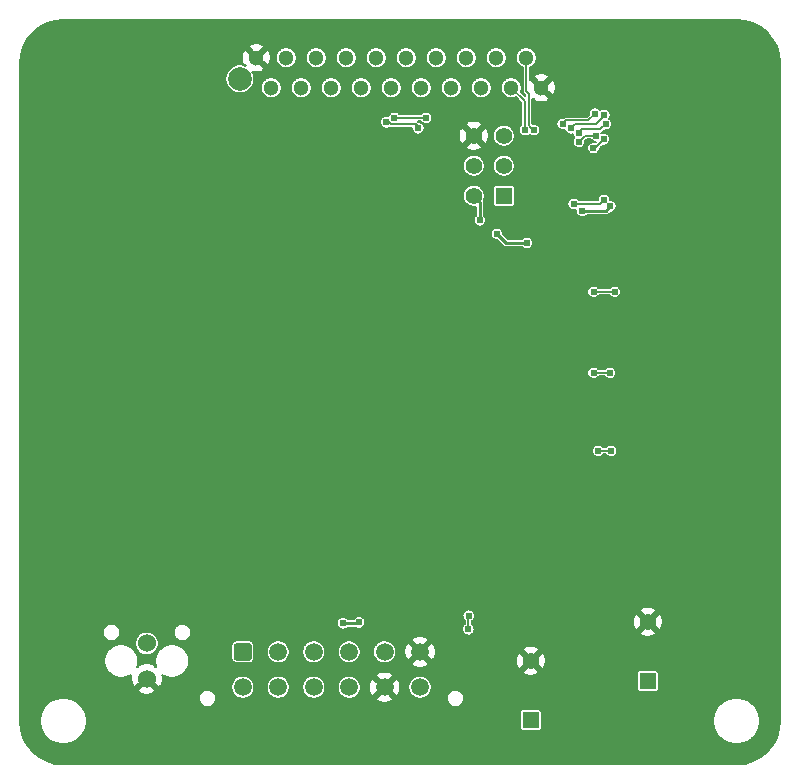
<source format=gbl>
G04 #@! TF.GenerationSoftware,KiCad,Pcbnew,5.1.5-52549c5~84~ubuntu18.04.1*
G04 #@! TF.CreationDate,2020-03-08T18:46:09-04:00*
G04 #@! TF.ProjectId,AIR_control,4149525f-636f-46e7-9472-6f6c2e6b6963,rev?*
G04 #@! TF.SameCoordinates,Original*
G04 #@! TF.FileFunction,Copper,L2,Bot*
G04 #@! TF.FilePolarity,Positive*
%FSLAX46Y46*%
G04 Gerber Fmt 4.6, Leading zero omitted, Abs format (unit mm)*
G04 Created by KiCad (PCBNEW 5.1.5-52549c5~84~ubuntu18.04.1) date 2020-03-08 18:46:09*
%MOMM*%
%LPD*%
G04 APERTURE LIST*
%ADD10C,2.000000*%
%ADD11C,1.300000*%
%ADD12C,0.100000*%
%ADD13C,1.500000*%
%ADD14C,1.400000*%
%ADD15R,1.400000X1.400000*%
%ADD16C,1.371600*%
%ADD17R,1.371600X1.371600*%
%ADD18C,1.524000*%
%ADD19C,0.609600*%
%ADD20C,0.800000*%
%ADD21C,0.254000*%
%ADD22C,0.152400*%
G04 APERTURE END LIST*
D10*
X119122500Y-53600000D03*
D11*
X144652500Y-54340000D03*
X143382500Y-51800000D03*
X142112500Y-54340000D03*
X140842500Y-51800000D03*
X139572500Y-54340000D03*
X138302500Y-51800000D03*
X137032500Y-54340000D03*
X135762500Y-51800000D03*
X134492500Y-54340000D03*
X133222500Y-51800000D03*
X131952500Y-54340000D03*
X130682500Y-51800000D03*
X129412500Y-54340000D03*
X126872500Y-54340000D03*
X124332500Y-54340000D03*
X121792500Y-54340000D03*
X128142500Y-51800000D03*
X120522500Y-51800000D03*
X123062500Y-51800000D03*
X125602500Y-51800000D03*
G04 #@! TA.AperFunction,ComponentPad*
D12*
G36*
X119904504Y-101359204D02*
G01*
X119928773Y-101362804D01*
X119952571Y-101368765D01*
X119975671Y-101377030D01*
X119997849Y-101387520D01*
X120018893Y-101400133D01*
X120038598Y-101414747D01*
X120056777Y-101431223D01*
X120073253Y-101449402D01*
X120087867Y-101469107D01*
X120100480Y-101490151D01*
X120110970Y-101512329D01*
X120119235Y-101535429D01*
X120125196Y-101559227D01*
X120128796Y-101583496D01*
X120130000Y-101608000D01*
X120130000Y-102608000D01*
X120128796Y-102632504D01*
X120125196Y-102656773D01*
X120119235Y-102680571D01*
X120110970Y-102703671D01*
X120100480Y-102725849D01*
X120087867Y-102746893D01*
X120073253Y-102766598D01*
X120056777Y-102784777D01*
X120038598Y-102801253D01*
X120018893Y-102815867D01*
X119997849Y-102828480D01*
X119975671Y-102838970D01*
X119952571Y-102847235D01*
X119928773Y-102853196D01*
X119904504Y-102856796D01*
X119880000Y-102858000D01*
X118880000Y-102858000D01*
X118855496Y-102856796D01*
X118831227Y-102853196D01*
X118807429Y-102847235D01*
X118784329Y-102838970D01*
X118762151Y-102828480D01*
X118741107Y-102815867D01*
X118721402Y-102801253D01*
X118703223Y-102784777D01*
X118686747Y-102766598D01*
X118672133Y-102746893D01*
X118659520Y-102725849D01*
X118649030Y-102703671D01*
X118640765Y-102680571D01*
X118634804Y-102656773D01*
X118631204Y-102632504D01*
X118630000Y-102608000D01*
X118630000Y-101608000D01*
X118631204Y-101583496D01*
X118634804Y-101559227D01*
X118640765Y-101535429D01*
X118649030Y-101512329D01*
X118659520Y-101490151D01*
X118672133Y-101469107D01*
X118686747Y-101449402D01*
X118703223Y-101431223D01*
X118721402Y-101414747D01*
X118741107Y-101400133D01*
X118762151Y-101387520D01*
X118784329Y-101377030D01*
X118807429Y-101368765D01*
X118831227Y-101362804D01*
X118855496Y-101359204D01*
X118880000Y-101358000D01*
X119880000Y-101358000D01*
X119904504Y-101359204D01*
G37*
G04 #@! TD.AperFunction*
D13*
X122380000Y-102108000D03*
X125380000Y-102108000D03*
X128380000Y-102108000D03*
X131380000Y-102108000D03*
X134380000Y-102108000D03*
X119380000Y-105108000D03*
X122380000Y-105108000D03*
X125380000Y-105108000D03*
X128380000Y-105108000D03*
X131380000Y-105108000D03*
X134380000Y-105108000D03*
D14*
X138938000Y-58420000D03*
X141478000Y-58420000D03*
X138938000Y-60960000D03*
X141478000Y-60960000D03*
X138938000Y-63500000D03*
D15*
X141478000Y-63500000D03*
D16*
X153670000Y-99568000D03*
D17*
X153670000Y-104571800D03*
X143764000Y-107873800D03*
D16*
X143764000Y-102870000D03*
D18*
X111252000Y-104394000D03*
X111252000Y-101396800D03*
D19*
X142240000Y-82296000D03*
D20*
X111564420Y-88663780D03*
X114899440Y-88628220D03*
X106728260Y-88663780D03*
X108828840Y-88663780D03*
X123758960Y-69349620D03*
X123771660Y-66520060D03*
X123733560Y-63550800D03*
X123733560Y-60396120D03*
X121935240Y-60332620D03*
X119054880Y-60319920D03*
X105374440Y-85798660D03*
D19*
X131572000Y-72644000D03*
X158496000Y-75946000D03*
X158750000Y-83312000D03*
X159004000Y-68326000D03*
X157988000Y-53594000D03*
X150114000Y-53086000D03*
X132588000Y-59436000D03*
X129144171Y-82183829D03*
X118110000Y-90424000D03*
X146304000Y-97536000D03*
X111258631Y-93732631D03*
X117348000Y-94234000D03*
X121158000Y-97028000D03*
X135712190Y-64929670D03*
X157988000Y-89916000D03*
X101714000Y-74013360D03*
X124206000Y-77470000D03*
X158750000Y-60198000D03*
X129540000Y-67056000D03*
X127762000Y-97629600D03*
X161290000Y-102616000D03*
X135636000Y-94488000D03*
X133096000Y-98806000D03*
X150622000Y-84074000D03*
X150876000Y-76962000D03*
X151409400Y-92964000D03*
X150647400Y-61976000D03*
X151130000Y-69850000D03*
X129218210Y-99617371D03*
X140885296Y-66717296D03*
X143429237Y-67483237D03*
X139446000Y-65571619D03*
X127846600Y-99691171D03*
X148082000Y-64770000D03*
X150502388Y-64381612D03*
X132221961Y-56896000D03*
X134899400Y-56896000D03*
X134229812Y-57770188D03*
X131521491Y-57276980D03*
X144037003Y-57937399D03*
X143275000Y-57937399D03*
X149069966Y-59462717D03*
X149943644Y-58712153D03*
X146469851Y-57403999D03*
X149195809Y-56544191D03*
X147127538Y-57788828D03*
X149983209Y-56653307D03*
X150850589Y-71628000D03*
X149072600Y-71628000D03*
X149072600Y-78486000D03*
X150444210Y-78486000D03*
X150545780Y-85090000D03*
X149478979Y-85090000D03*
X147828000Y-58928000D03*
X149250361Y-58395916D03*
X147828000Y-58166000D03*
X150114000Y-57404000D03*
X147400445Y-64185800D03*
X149963571Y-63842795D03*
X138475386Y-100203849D03*
X138499718Y-99035419D03*
D21*
X139111971Y-63673971D02*
X138938000Y-63500000D01*
X129168839Y-99568000D02*
X129218210Y-99617371D01*
X140885296Y-66717296D02*
X141651237Y-67483237D01*
X141651237Y-67483237D02*
X143429237Y-67483237D01*
X139446000Y-64008000D02*
X138938000Y-63500000D01*
X139446000Y-65571619D02*
X139446000Y-64008000D01*
X129144410Y-99691171D02*
X129218210Y-99617371D01*
X127846600Y-99691171D02*
X129144410Y-99691171D01*
X148082000Y-64770000D02*
X150114000Y-64770000D01*
X150114000Y-64770000D02*
X150502388Y-64381612D01*
D22*
X132221961Y-56896000D02*
X134899400Y-56896000D01*
X131786527Y-57250000D02*
X131965928Y-57429401D01*
X131521491Y-57276980D02*
X131548471Y-57250000D01*
X131548471Y-57250000D02*
X131786527Y-57250000D01*
X131965928Y-57429401D02*
X134004401Y-57429401D01*
X134229812Y-57654812D02*
X134229812Y-57770188D01*
X134004401Y-57429401D02*
X134229812Y-57654812D01*
X143382500Y-52719238D02*
X143382500Y-51800000D01*
X143732204Y-57632204D02*
X143579810Y-57479810D01*
X144037003Y-57937399D02*
X143732204Y-57632600D01*
X143732204Y-57632600D02*
X143732204Y-57632204D01*
X143579810Y-54854810D02*
X143382500Y-54657500D01*
X143382500Y-54657500D02*
X143382500Y-51800000D01*
X143579810Y-57479810D02*
X143579810Y-54854810D01*
X143256000Y-55483500D02*
X142112500Y-54340000D01*
X143275000Y-55502500D02*
X143256000Y-55483500D01*
X143275000Y-57937399D02*
X143275000Y-55502500D01*
X149069966Y-59462717D02*
X149193080Y-59462717D01*
X149193080Y-59462717D02*
X149943644Y-58712153D01*
X146774650Y-57099200D02*
X146469851Y-57403999D01*
X148640800Y-57099200D02*
X146774650Y-57099200D01*
X149195809Y-56544191D02*
X148640800Y-57099200D01*
X149983209Y-56695857D02*
X149983209Y-56653307D01*
X149275056Y-57404010D02*
X149983209Y-56695857D01*
X147127538Y-57788828D02*
X147512356Y-57404010D01*
X147512356Y-57404010D02*
X149275056Y-57404010D01*
X150850589Y-71628000D02*
X149072600Y-71628000D01*
X149072600Y-78486000D02*
X150444210Y-78486000D01*
X149478979Y-85090000D02*
X150545780Y-85090000D01*
X148360084Y-58395916D02*
X149250361Y-58395916D01*
X147828000Y-58928000D02*
X148360084Y-58395916D01*
X148132799Y-57861201D02*
X149656799Y-57861201D01*
X147828000Y-58166000D02*
X148132799Y-57861201D01*
X149656799Y-57861201D02*
X150114000Y-57404000D01*
X147400445Y-64185800D02*
X149620566Y-64185800D01*
X149620566Y-64185800D02*
X149963571Y-63842795D01*
X138475386Y-100203849D02*
X138475386Y-99059751D01*
X138475386Y-99059751D02*
X138499718Y-99035419D01*
G36*
X161894808Y-48666066D02*
G01*
X162580461Y-48873077D01*
X163212850Y-49209324D01*
X163767886Y-49662001D01*
X164224424Y-50213860D01*
X164565078Y-50843888D01*
X164776870Y-51528079D01*
X164853364Y-52255867D01*
X164853401Y-52266564D01*
X164853402Y-107949915D01*
X164781934Y-108678807D01*
X164574922Y-109364461D01*
X164238674Y-109996851D01*
X163786000Y-110551884D01*
X163234139Y-111008422D01*
X162604116Y-111349075D01*
X161919924Y-111560868D01*
X161192134Y-111637362D01*
X161181148Y-111637400D01*
X104198084Y-111637400D01*
X103469192Y-111565932D01*
X102783538Y-111358920D01*
X102151148Y-111022672D01*
X101596115Y-110569998D01*
X101139577Y-110018137D01*
X100798924Y-109388114D01*
X100587131Y-108703922D01*
X100510637Y-107976132D01*
X100510601Y-107965722D01*
X100510601Y-107771871D01*
X102210987Y-107771871D01*
X102210987Y-108160127D01*
X102286732Y-108540922D01*
X102435311Y-108899624D01*
X102651014Y-109222447D01*
X102925552Y-109496985D01*
X103248375Y-109712688D01*
X103607077Y-109861267D01*
X103987872Y-109937012D01*
X104376128Y-109937012D01*
X104756923Y-109861267D01*
X105115625Y-109712688D01*
X105438448Y-109496985D01*
X105712986Y-109222447D01*
X105928689Y-108899624D01*
X106077268Y-108540922D01*
X106153013Y-108160127D01*
X106153013Y-107771871D01*
X106077268Y-107391076D01*
X105993152Y-107188000D01*
X142848494Y-107188000D01*
X142848494Y-108559600D01*
X142852908Y-108604413D01*
X142865979Y-108647505D01*
X142887206Y-108687218D01*
X142915773Y-108722027D01*
X142950582Y-108750594D01*
X142990295Y-108771821D01*
X143033387Y-108784892D01*
X143078200Y-108789306D01*
X144449800Y-108789306D01*
X144494613Y-108784892D01*
X144537705Y-108771821D01*
X144577418Y-108750594D01*
X144612227Y-108722027D01*
X144640794Y-108687218D01*
X144662021Y-108647505D01*
X144675092Y-108604413D01*
X144679506Y-108559600D01*
X144679506Y-107771871D01*
X159210987Y-107771871D01*
X159210987Y-108160127D01*
X159286732Y-108540923D01*
X159435311Y-108899624D01*
X159651014Y-109222447D01*
X159925553Y-109496986D01*
X160248376Y-109712689D01*
X160607077Y-109861268D01*
X160987873Y-109937013D01*
X161376129Y-109937013D01*
X161756925Y-109861268D01*
X162115626Y-109712689D01*
X162438449Y-109496986D01*
X162712988Y-109222447D01*
X162928691Y-108899624D01*
X163077270Y-108540923D01*
X163153015Y-108160127D01*
X163153015Y-107771871D01*
X163077270Y-107391075D01*
X162928691Y-107032374D01*
X162712988Y-106709551D01*
X162438449Y-106435012D01*
X162115626Y-106219309D01*
X161756925Y-106070730D01*
X161376129Y-105994985D01*
X160987873Y-105994985D01*
X160607077Y-106070730D01*
X160248376Y-106219309D01*
X159925553Y-106435012D01*
X159651014Y-106709551D01*
X159435311Y-107032374D01*
X159286732Y-107391075D01*
X159210987Y-107771871D01*
X144679506Y-107771871D01*
X144679506Y-107188000D01*
X144675092Y-107143187D01*
X144662021Y-107100095D01*
X144640794Y-107060382D01*
X144612227Y-107025573D01*
X144577418Y-106997006D01*
X144537705Y-106975779D01*
X144494613Y-106962708D01*
X144449800Y-106958294D01*
X143078200Y-106958294D01*
X143033387Y-106962708D01*
X142990295Y-106975779D01*
X142950582Y-106997006D01*
X142915773Y-107025573D01*
X142887206Y-107060382D01*
X142865979Y-107100095D01*
X142852908Y-107143187D01*
X142848494Y-107188000D01*
X105993152Y-107188000D01*
X105928689Y-107032374D01*
X105712986Y-106709551D01*
X105438448Y-106435013D01*
X105115625Y-106219310D01*
X104756923Y-106070731D01*
X104376128Y-105994986D01*
X103987872Y-105994986D01*
X103607077Y-106070731D01*
X103248375Y-106219310D01*
X102925552Y-106435013D01*
X102651014Y-106709551D01*
X102435311Y-107032374D01*
X102286732Y-107391076D01*
X102210987Y-107771871D01*
X100510601Y-107771871D01*
X100510601Y-105976239D01*
X115651400Y-105976239D01*
X115651400Y-106119761D01*
X115679400Y-106260525D01*
X115734323Y-106393121D01*
X115814060Y-106512455D01*
X115915545Y-106613940D01*
X116034879Y-106693677D01*
X116167475Y-106748600D01*
X116308239Y-106776600D01*
X116451761Y-106776600D01*
X116592525Y-106748600D01*
X116725121Y-106693677D01*
X116844455Y-106613940D01*
X116945940Y-106512455D01*
X117025677Y-106393121D01*
X117080600Y-106260525D01*
X117108600Y-106119761D01*
X117108600Y-105976239D01*
X117080600Y-105835475D01*
X117025677Y-105702879D01*
X116945940Y-105583545D01*
X116844455Y-105482060D01*
X116725121Y-105402323D01*
X116592525Y-105347400D01*
X116451761Y-105319400D01*
X116308239Y-105319400D01*
X116167475Y-105347400D01*
X116034879Y-105402323D01*
X115915545Y-105482060D01*
X115814060Y-105583545D01*
X115734323Y-105702879D01*
X115679400Y-105835475D01*
X115651400Y-105976239D01*
X100510601Y-105976239D01*
X100510601Y-105363651D01*
X110533797Y-105363651D01*
X110607636Y-105583382D01*
X110852055Y-105686238D01*
X111111843Y-105739433D01*
X111377017Y-105740925D01*
X111637387Y-105690654D01*
X111882946Y-105590554D01*
X111896364Y-105583382D01*
X111970203Y-105363651D01*
X111252000Y-104645447D01*
X110533797Y-105363651D01*
X100510601Y-105363651D01*
X100510601Y-102754055D01*
X107657900Y-102754055D01*
X107657900Y-103036745D01*
X107713050Y-103314003D01*
X107821231Y-103575175D01*
X107978285Y-103810223D01*
X108178177Y-104010115D01*
X108413225Y-104167169D01*
X108674397Y-104275350D01*
X108951655Y-104330500D01*
X109234345Y-104330500D01*
X109511603Y-104275350D01*
X109772775Y-104167169D01*
X109948334Y-104049864D01*
X109906567Y-104253843D01*
X109905075Y-104519017D01*
X109955346Y-104779387D01*
X110055446Y-105024946D01*
X110062618Y-105038364D01*
X110282349Y-105112203D01*
X111000553Y-104394000D01*
X110986410Y-104379858D01*
X111237858Y-104128410D01*
X111252000Y-104142553D01*
X111266142Y-104128410D01*
X111517590Y-104379858D01*
X111503447Y-104394000D01*
X112221651Y-105112203D01*
X112441382Y-105038364D01*
X112452638Y-105011616D01*
X118401400Y-105011616D01*
X118401400Y-105204384D01*
X118439007Y-105393447D01*
X118512776Y-105571541D01*
X118619872Y-105731821D01*
X118756179Y-105868128D01*
X118916459Y-105975224D01*
X119094553Y-106048993D01*
X119283616Y-106086600D01*
X119476384Y-106086600D01*
X119665447Y-106048993D01*
X119843541Y-105975224D01*
X120003821Y-105868128D01*
X120140128Y-105731821D01*
X120247224Y-105571541D01*
X120320993Y-105393447D01*
X120358600Y-105204384D01*
X120358600Y-105011616D01*
X121401400Y-105011616D01*
X121401400Y-105204384D01*
X121439007Y-105393447D01*
X121512776Y-105571541D01*
X121619872Y-105731821D01*
X121756179Y-105868128D01*
X121916459Y-105975224D01*
X122094553Y-106048993D01*
X122283616Y-106086600D01*
X122476384Y-106086600D01*
X122665447Y-106048993D01*
X122843541Y-105975224D01*
X123003821Y-105868128D01*
X123140128Y-105731821D01*
X123247224Y-105571541D01*
X123320993Y-105393447D01*
X123358600Y-105204384D01*
X123358600Y-105011616D01*
X124401400Y-105011616D01*
X124401400Y-105204384D01*
X124439007Y-105393447D01*
X124512776Y-105571541D01*
X124619872Y-105731821D01*
X124756179Y-105868128D01*
X124916459Y-105975224D01*
X125094553Y-106048993D01*
X125283616Y-106086600D01*
X125476384Y-106086600D01*
X125665447Y-106048993D01*
X125843541Y-105975224D01*
X126003821Y-105868128D01*
X126140128Y-105731821D01*
X126247224Y-105571541D01*
X126320993Y-105393447D01*
X126358600Y-105204384D01*
X126358600Y-105011616D01*
X127401400Y-105011616D01*
X127401400Y-105204384D01*
X127439007Y-105393447D01*
X127512776Y-105571541D01*
X127619872Y-105731821D01*
X127756179Y-105868128D01*
X127916459Y-105975224D01*
X128094553Y-106048993D01*
X128283616Y-106086600D01*
X128476384Y-106086600D01*
X128564719Y-106069029D01*
X130670418Y-106069029D01*
X130742786Y-106287541D01*
X130985147Y-106389191D01*
X131242681Y-106441605D01*
X131505494Y-106442769D01*
X131763483Y-106392640D01*
X132006736Y-106293142D01*
X132017214Y-106287541D01*
X132089582Y-106069029D01*
X131380000Y-105359447D01*
X130670418Y-106069029D01*
X128564719Y-106069029D01*
X128665447Y-106048993D01*
X128843541Y-105975224D01*
X129003821Y-105868128D01*
X129140128Y-105731821D01*
X129247224Y-105571541D01*
X129320993Y-105393447D01*
X129352809Y-105233494D01*
X130045231Y-105233494D01*
X130095360Y-105491483D01*
X130194858Y-105734736D01*
X130200459Y-105745214D01*
X130418971Y-105817582D01*
X131128553Y-105108000D01*
X131631447Y-105108000D01*
X132341029Y-105817582D01*
X132559541Y-105745214D01*
X132661191Y-105502853D01*
X132713605Y-105245319D01*
X132714640Y-105011616D01*
X133401400Y-105011616D01*
X133401400Y-105204384D01*
X133439007Y-105393447D01*
X133512776Y-105571541D01*
X133619872Y-105731821D01*
X133756179Y-105868128D01*
X133916459Y-105975224D01*
X134094553Y-106048993D01*
X134283616Y-106086600D01*
X134476384Y-106086600D01*
X134665447Y-106048993D01*
X134841090Y-105976239D01*
X136651400Y-105976239D01*
X136651400Y-106119761D01*
X136679400Y-106260525D01*
X136734323Y-106393121D01*
X136814060Y-106512455D01*
X136915545Y-106613940D01*
X137034879Y-106693677D01*
X137167475Y-106748600D01*
X137308239Y-106776600D01*
X137451761Y-106776600D01*
X137592525Y-106748600D01*
X137725121Y-106693677D01*
X137844455Y-106613940D01*
X137945940Y-106512455D01*
X138025677Y-106393121D01*
X138080600Y-106260525D01*
X138108600Y-106119761D01*
X138108600Y-105976239D01*
X138080600Y-105835475D01*
X138025677Y-105702879D01*
X137945940Y-105583545D01*
X137844455Y-105482060D01*
X137725121Y-105402323D01*
X137592525Y-105347400D01*
X137451761Y-105319400D01*
X137308239Y-105319400D01*
X137167475Y-105347400D01*
X137034879Y-105402323D01*
X136915545Y-105482060D01*
X136814060Y-105583545D01*
X136734323Y-105702879D01*
X136679400Y-105835475D01*
X136651400Y-105976239D01*
X134841090Y-105976239D01*
X134843541Y-105975224D01*
X135003821Y-105868128D01*
X135140128Y-105731821D01*
X135247224Y-105571541D01*
X135320993Y-105393447D01*
X135358600Y-105204384D01*
X135358600Y-105011616D01*
X135320993Y-104822553D01*
X135247224Y-104644459D01*
X135140128Y-104484179D01*
X135003821Y-104347872D01*
X134843541Y-104240776D01*
X134665447Y-104167007D01*
X134476384Y-104129400D01*
X134283616Y-104129400D01*
X134094553Y-104167007D01*
X133916459Y-104240776D01*
X133756179Y-104347872D01*
X133619872Y-104484179D01*
X133512776Y-104644459D01*
X133439007Y-104822553D01*
X133401400Y-105011616D01*
X132714640Y-105011616D01*
X132714769Y-104982506D01*
X132664640Y-104724517D01*
X132565142Y-104481264D01*
X132559541Y-104470786D01*
X132341029Y-104398418D01*
X131631447Y-105108000D01*
X131128553Y-105108000D01*
X130418971Y-104398418D01*
X130200459Y-104470786D01*
X130098809Y-104713147D01*
X130046395Y-104970681D01*
X130045231Y-105233494D01*
X129352809Y-105233494D01*
X129358600Y-105204384D01*
X129358600Y-105011616D01*
X129320993Y-104822553D01*
X129247224Y-104644459D01*
X129140128Y-104484179D01*
X129003821Y-104347872D01*
X128843541Y-104240776D01*
X128665447Y-104167007D01*
X128564720Y-104146971D01*
X130670418Y-104146971D01*
X131380000Y-104856553D01*
X132089582Y-104146971D01*
X132017214Y-103928459D01*
X131774853Y-103826809D01*
X131568788Y-103784870D01*
X143100578Y-103784870D01*
X143165060Y-103996862D01*
X143396408Y-104092057D01*
X143641883Y-104140288D01*
X143892051Y-104139704D01*
X144137297Y-104090326D01*
X144362940Y-103996862D01*
X144396661Y-103886000D01*
X152754494Y-103886000D01*
X152754494Y-105257600D01*
X152758908Y-105302413D01*
X152771979Y-105345505D01*
X152793206Y-105385218D01*
X152821773Y-105420027D01*
X152856582Y-105448594D01*
X152896295Y-105469821D01*
X152939387Y-105482892D01*
X152984200Y-105487306D01*
X154355800Y-105487306D01*
X154400613Y-105482892D01*
X154443705Y-105469821D01*
X154483418Y-105448594D01*
X154518227Y-105420027D01*
X154546794Y-105385218D01*
X154568021Y-105345505D01*
X154581092Y-105302413D01*
X154585506Y-105257600D01*
X154585506Y-103886000D01*
X154581092Y-103841187D01*
X154568021Y-103798095D01*
X154546794Y-103758382D01*
X154518227Y-103723573D01*
X154483418Y-103695006D01*
X154443705Y-103673779D01*
X154400613Y-103660708D01*
X154355800Y-103656294D01*
X152984200Y-103656294D01*
X152939387Y-103660708D01*
X152896295Y-103673779D01*
X152856582Y-103695006D01*
X152821773Y-103723573D01*
X152793206Y-103758382D01*
X152771979Y-103798095D01*
X152758908Y-103841187D01*
X152754494Y-103886000D01*
X144396661Y-103886000D01*
X144427422Y-103784870D01*
X143764000Y-103121447D01*
X143100578Y-103784870D01*
X131568788Y-103784870D01*
X131517319Y-103774395D01*
X131254506Y-103773231D01*
X130996517Y-103823360D01*
X130753264Y-103922858D01*
X130742786Y-103928459D01*
X130670418Y-104146971D01*
X128564720Y-104146971D01*
X128476384Y-104129400D01*
X128283616Y-104129400D01*
X128094553Y-104167007D01*
X127916459Y-104240776D01*
X127756179Y-104347872D01*
X127619872Y-104484179D01*
X127512776Y-104644459D01*
X127439007Y-104822553D01*
X127401400Y-105011616D01*
X126358600Y-105011616D01*
X126320993Y-104822553D01*
X126247224Y-104644459D01*
X126140128Y-104484179D01*
X126003821Y-104347872D01*
X125843541Y-104240776D01*
X125665447Y-104167007D01*
X125476384Y-104129400D01*
X125283616Y-104129400D01*
X125094553Y-104167007D01*
X124916459Y-104240776D01*
X124756179Y-104347872D01*
X124619872Y-104484179D01*
X124512776Y-104644459D01*
X124439007Y-104822553D01*
X124401400Y-105011616D01*
X123358600Y-105011616D01*
X123320993Y-104822553D01*
X123247224Y-104644459D01*
X123140128Y-104484179D01*
X123003821Y-104347872D01*
X122843541Y-104240776D01*
X122665447Y-104167007D01*
X122476384Y-104129400D01*
X122283616Y-104129400D01*
X122094553Y-104167007D01*
X121916459Y-104240776D01*
X121756179Y-104347872D01*
X121619872Y-104484179D01*
X121512776Y-104644459D01*
X121439007Y-104822553D01*
X121401400Y-105011616D01*
X120358600Y-105011616D01*
X120320993Y-104822553D01*
X120247224Y-104644459D01*
X120140128Y-104484179D01*
X120003821Y-104347872D01*
X119843541Y-104240776D01*
X119665447Y-104167007D01*
X119476384Y-104129400D01*
X119283616Y-104129400D01*
X119094553Y-104167007D01*
X118916459Y-104240776D01*
X118756179Y-104347872D01*
X118619872Y-104484179D01*
X118512776Y-104644459D01*
X118439007Y-104822553D01*
X118401400Y-105011616D01*
X112452638Y-105011616D01*
X112544238Y-104793945D01*
X112597433Y-104534157D01*
X112598925Y-104268983D01*
X112556760Y-104050595D01*
X112731225Y-104167169D01*
X112992397Y-104275350D01*
X113269655Y-104330500D01*
X113552345Y-104330500D01*
X113829603Y-104275350D01*
X114090775Y-104167169D01*
X114325823Y-104010115D01*
X114525715Y-103810223D01*
X114682769Y-103575175D01*
X114790950Y-103314003D01*
X114846100Y-103036745D01*
X114846100Y-102754055D01*
X114790950Y-102476797D01*
X114682769Y-102215625D01*
X114525715Y-101980577D01*
X114325823Y-101780685D01*
X114090775Y-101623631D01*
X114053039Y-101608000D01*
X118400294Y-101608000D01*
X118400294Y-102608000D01*
X118409511Y-102701586D01*
X118436809Y-102791576D01*
X118481139Y-102874510D01*
X118540797Y-102947203D01*
X118613490Y-103006861D01*
X118696424Y-103051191D01*
X118786414Y-103078489D01*
X118880000Y-103087706D01*
X119880000Y-103087706D01*
X119973586Y-103078489D01*
X120063576Y-103051191D01*
X120146510Y-103006861D01*
X120219203Y-102947203D01*
X120278861Y-102874510D01*
X120323191Y-102791576D01*
X120350489Y-102701586D01*
X120359706Y-102608000D01*
X120359706Y-102011616D01*
X121401400Y-102011616D01*
X121401400Y-102204384D01*
X121439007Y-102393447D01*
X121512776Y-102571541D01*
X121619872Y-102731821D01*
X121756179Y-102868128D01*
X121916459Y-102975224D01*
X122094553Y-103048993D01*
X122283616Y-103086600D01*
X122476384Y-103086600D01*
X122665447Y-103048993D01*
X122843541Y-102975224D01*
X123003821Y-102868128D01*
X123140128Y-102731821D01*
X123247224Y-102571541D01*
X123320993Y-102393447D01*
X123358600Y-102204384D01*
X123358600Y-102011616D01*
X124401400Y-102011616D01*
X124401400Y-102204384D01*
X124439007Y-102393447D01*
X124512776Y-102571541D01*
X124619872Y-102731821D01*
X124756179Y-102868128D01*
X124916459Y-102975224D01*
X125094553Y-103048993D01*
X125283616Y-103086600D01*
X125476384Y-103086600D01*
X125665447Y-103048993D01*
X125843541Y-102975224D01*
X126003821Y-102868128D01*
X126140128Y-102731821D01*
X126247224Y-102571541D01*
X126320993Y-102393447D01*
X126358600Y-102204384D01*
X126358600Y-102011616D01*
X127401400Y-102011616D01*
X127401400Y-102204384D01*
X127439007Y-102393447D01*
X127512776Y-102571541D01*
X127619872Y-102731821D01*
X127756179Y-102868128D01*
X127916459Y-102975224D01*
X128094553Y-103048993D01*
X128283616Y-103086600D01*
X128476384Y-103086600D01*
X128665447Y-103048993D01*
X128843541Y-102975224D01*
X129003821Y-102868128D01*
X129140128Y-102731821D01*
X129247224Y-102571541D01*
X129320993Y-102393447D01*
X129358600Y-102204384D01*
X129358600Y-102011616D01*
X130401400Y-102011616D01*
X130401400Y-102204384D01*
X130439007Y-102393447D01*
X130512776Y-102571541D01*
X130619872Y-102731821D01*
X130756179Y-102868128D01*
X130916459Y-102975224D01*
X131094553Y-103048993D01*
X131283616Y-103086600D01*
X131476384Y-103086600D01*
X131564719Y-103069029D01*
X133670418Y-103069029D01*
X133742786Y-103287541D01*
X133985147Y-103389191D01*
X134242681Y-103441605D01*
X134505494Y-103442769D01*
X134763483Y-103392640D01*
X135006736Y-103293142D01*
X135017214Y-103287541D01*
X135089582Y-103069029D01*
X134380000Y-102359447D01*
X133670418Y-103069029D01*
X131564719Y-103069029D01*
X131665447Y-103048993D01*
X131843541Y-102975224D01*
X132003821Y-102868128D01*
X132140128Y-102731821D01*
X132247224Y-102571541D01*
X132320993Y-102393447D01*
X132352809Y-102233494D01*
X133045231Y-102233494D01*
X133095360Y-102491483D01*
X133194858Y-102734736D01*
X133200459Y-102745214D01*
X133418971Y-102817582D01*
X134128553Y-102108000D01*
X134631447Y-102108000D01*
X135341029Y-102817582D01*
X135551482Y-102747883D01*
X142493712Y-102747883D01*
X142494296Y-102998051D01*
X142543674Y-103243297D01*
X142637138Y-103468940D01*
X142849130Y-103533422D01*
X143512553Y-102870000D01*
X144015447Y-102870000D01*
X144678870Y-103533422D01*
X144890862Y-103468940D01*
X144986057Y-103237592D01*
X145034288Y-102992117D01*
X145033704Y-102741949D01*
X144984326Y-102496703D01*
X144890862Y-102271060D01*
X144678870Y-102206578D01*
X144015447Y-102870000D01*
X143512553Y-102870000D01*
X142849130Y-102206578D01*
X142637138Y-102271060D01*
X142541943Y-102502408D01*
X142493712Y-102747883D01*
X135551482Y-102747883D01*
X135559541Y-102745214D01*
X135661191Y-102502853D01*
X135713605Y-102245319D01*
X135714769Y-101982506D01*
X135709450Y-101955130D01*
X143100578Y-101955130D01*
X143764000Y-102618553D01*
X144427422Y-101955130D01*
X144362940Y-101743138D01*
X144131592Y-101647943D01*
X143886117Y-101599712D01*
X143635949Y-101600296D01*
X143390703Y-101649674D01*
X143165060Y-101743138D01*
X143100578Y-101955130D01*
X135709450Y-101955130D01*
X135664640Y-101724517D01*
X135565142Y-101481264D01*
X135559541Y-101470786D01*
X135341029Y-101398418D01*
X134631447Y-102108000D01*
X134128553Y-102108000D01*
X133418971Y-101398418D01*
X133200459Y-101470786D01*
X133098809Y-101713147D01*
X133046395Y-101970681D01*
X133045231Y-102233494D01*
X132352809Y-102233494D01*
X132358600Y-102204384D01*
X132358600Y-102011616D01*
X132320993Y-101822553D01*
X132247224Y-101644459D01*
X132140128Y-101484179D01*
X132003821Y-101347872D01*
X131843541Y-101240776D01*
X131665447Y-101167007D01*
X131564720Y-101146971D01*
X133670418Y-101146971D01*
X134380000Y-101856553D01*
X135089582Y-101146971D01*
X135017214Y-100928459D01*
X134774853Y-100826809D01*
X134517319Y-100774395D01*
X134254506Y-100773231D01*
X133996517Y-100823360D01*
X133753264Y-100922858D01*
X133742786Y-100928459D01*
X133670418Y-101146971D01*
X131564720Y-101146971D01*
X131476384Y-101129400D01*
X131283616Y-101129400D01*
X131094553Y-101167007D01*
X130916459Y-101240776D01*
X130756179Y-101347872D01*
X130619872Y-101484179D01*
X130512776Y-101644459D01*
X130439007Y-101822553D01*
X130401400Y-102011616D01*
X129358600Y-102011616D01*
X129320993Y-101822553D01*
X129247224Y-101644459D01*
X129140128Y-101484179D01*
X129003821Y-101347872D01*
X128843541Y-101240776D01*
X128665447Y-101167007D01*
X128476384Y-101129400D01*
X128283616Y-101129400D01*
X128094553Y-101167007D01*
X127916459Y-101240776D01*
X127756179Y-101347872D01*
X127619872Y-101484179D01*
X127512776Y-101644459D01*
X127439007Y-101822553D01*
X127401400Y-102011616D01*
X126358600Y-102011616D01*
X126320993Y-101822553D01*
X126247224Y-101644459D01*
X126140128Y-101484179D01*
X126003821Y-101347872D01*
X125843541Y-101240776D01*
X125665447Y-101167007D01*
X125476384Y-101129400D01*
X125283616Y-101129400D01*
X125094553Y-101167007D01*
X124916459Y-101240776D01*
X124756179Y-101347872D01*
X124619872Y-101484179D01*
X124512776Y-101644459D01*
X124439007Y-101822553D01*
X124401400Y-102011616D01*
X123358600Y-102011616D01*
X123320993Y-101822553D01*
X123247224Y-101644459D01*
X123140128Y-101484179D01*
X123003821Y-101347872D01*
X122843541Y-101240776D01*
X122665447Y-101167007D01*
X122476384Y-101129400D01*
X122283616Y-101129400D01*
X122094553Y-101167007D01*
X121916459Y-101240776D01*
X121756179Y-101347872D01*
X121619872Y-101484179D01*
X121512776Y-101644459D01*
X121439007Y-101822553D01*
X121401400Y-102011616D01*
X120359706Y-102011616D01*
X120359706Y-101608000D01*
X120350489Y-101514414D01*
X120323191Y-101424424D01*
X120278861Y-101341490D01*
X120219203Y-101268797D01*
X120146510Y-101209139D01*
X120063576Y-101164809D01*
X119973586Y-101137511D01*
X119880000Y-101128294D01*
X118880000Y-101128294D01*
X118786414Y-101137511D01*
X118696424Y-101164809D01*
X118613490Y-101209139D01*
X118540797Y-101268797D01*
X118481139Y-101341490D01*
X118436809Y-101424424D01*
X118409511Y-101514414D01*
X118400294Y-101608000D01*
X114053039Y-101608000D01*
X113829603Y-101515450D01*
X113552345Y-101460300D01*
X113269655Y-101460300D01*
X112992397Y-101515450D01*
X112731225Y-101623631D01*
X112496177Y-101780685D01*
X112296285Y-101980577D01*
X112139231Y-102215625D01*
X112031050Y-102476797D01*
X111975900Y-102754055D01*
X111975900Y-103036745D01*
X112031050Y-103314003D01*
X112045547Y-103349003D01*
X111970202Y-103424348D01*
X111896364Y-103204618D01*
X111651945Y-103101762D01*
X111392157Y-103048567D01*
X111126983Y-103047075D01*
X110866613Y-103097346D01*
X110621054Y-103197446D01*
X110607636Y-103204618D01*
X110533798Y-103424348D01*
X110458453Y-103349003D01*
X110472950Y-103314003D01*
X110528100Y-103036745D01*
X110528100Y-102754055D01*
X110472950Y-102476797D01*
X110364769Y-102215625D01*
X110207715Y-101980577D01*
X110007823Y-101780685D01*
X109772775Y-101623631D01*
X109511603Y-101515450D01*
X109234345Y-101460300D01*
X108951655Y-101460300D01*
X108674397Y-101515450D01*
X108413225Y-101623631D01*
X108178177Y-101780685D01*
X107978285Y-101980577D01*
X107821231Y-102215625D01*
X107713050Y-102476797D01*
X107657900Y-102754055D01*
X100510601Y-102754055D01*
X100510601Y-101299234D01*
X110261400Y-101299234D01*
X110261400Y-101494366D01*
X110299468Y-101685747D01*
X110374142Y-101866025D01*
X110482551Y-102028271D01*
X110620529Y-102166249D01*
X110782775Y-102274658D01*
X110963053Y-102349332D01*
X111154434Y-102387400D01*
X111349566Y-102387400D01*
X111540947Y-102349332D01*
X111721225Y-102274658D01*
X111883471Y-102166249D01*
X112021449Y-102028271D01*
X112129858Y-101866025D01*
X112204532Y-101685747D01*
X112242600Y-101494366D01*
X112242600Y-101299234D01*
X112204532Y-101107853D01*
X112129858Y-100927575D01*
X112021449Y-100765329D01*
X111883471Y-100627351D01*
X111721225Y-100518942D01*
X111540947Y-100444268D01*
X111349566Y-100406200D01*
X111154434Y-100406200D01*
X110963053Y-100444268D01*
X110782775Y-100518942D01*
X110620529Y-100627351D01*
X110482551Y-100765329D01*
X110374142Y-100927575D01*
X110299468Y-101107853D01*
X110261400Y-101299234D01*
X100510601Y-101299234D01*
X100510601Y-100384451D01*
X107518200Y-100384451D01*
X107518200Y-100529549D01*
X107546507Y-100671858D01*
X107602034Y-100805911D01*
X107682645Y-100926555D01*
X107785245Y-101029155D01*
X107905889Y-101109766D01*
X108039942Y-101165293D01*
X108182251Y-101193600D01*
X108327349Y-101193600D01*
X108469658Y-101165293D01*
X108603711Y-101109766D01*
X108724355Y-101029155D01*
X108826955Y-100926555D01*
X108907566Y-100805911D01*
X108963093Y-100671858D01*
X108991400Y-100529549D01*
X108991400Y-100384451D01*
X113512600Y-100384451D01*
X113512600Y-100529549D01*
X113540907Y-100671858D01*
X113596434Y-100805911D01*
X113677045Y-100926555D01*
X113779645Y-101029155D01*
X113900289Y-101109766D01*
X114034342Y-101165293D01*
X114176651Y-101193600D01*
X114321749Y-101193600D01*
X114464058Y-101165293D01*
X114598111Y-101109766D01*
X114718755Y-101029155D01*
X114821355Y-100926555D01*
X114901966Y-100805911D01*
X114957493Y-100671858D01*
X114985800Y-100529549D01*
X114985800Y-100384451D01*
X114957493Y-100242142D01*
X114901966Y-100108089D01*
X114821355Y-99987445D01*
X114718755Y-99884845D01*
X114598111Y-99804234D01*
X114464058Y-99748707D01*
X114321749Y-99720400D01*
X114176651Y-99720400D01*
X114034342Y-99748707D01*
X113900289Y-99804234D01*
X113779645Y-99884845D01*
X113677045Y-99987445D01*
X113596434Y-100108089D01*
X113540907Y-100242142D01*
X113512600Y-100384451D01*
X108991400Y-100384451D01*
X108963093Y-100242142D01*
X108907566Y-100108089D01*
X108826955Y-99987445D01*
X108724355Y-99884845D01*
X108603711Y-99804234D01*
X108469658Y-99748707D01*
X108327349Y-99720400D01*
X108182251Y-99720400D01*
X108039942Y-99748707D01*
X107905889Y-99804234D01*
X107785245Y-99884845D01*
X107682645Y-99987445D01*
X107602034Y-100108089D01*
X107546507Y-100242142D01*
X107518200Y-100384451D01*
X100510601Y-100384451D01*
X100510601Y-99638636D01*
X127313200Y-99638636D01*
X127313200Y-99743706D01*
X127333698Y-99846758D01*
X127373907Y-99943831D01*
X127432281Y-100031194D01*
X127506577Y-100105490D01*
X127593940Y-100163864D01*
X127691013Y-100204073D01*
X127794065Y-100224571D01*
X127899135Y-100224571D01*
X128002187Y-100204073D01*
X128099260Y-100163864D01*
X128118042Y-100151314D01*
X137941986Y-100151314D01*
X137941986Y-100256384D01*
X137962484Y-100359436D01*
X138002693Y-100456509D01*
X138061067Y-100543872D01*
X138135363Y-100618168D01*
X138222726Y-100676542D01*
X138319799Y-100716751D01*
X138422851Y-100737249D01*
X138527921Y-100737249D01*
X138630973Y-100716751D01*
X138728046Y-100676542D01*
X138815409Y-100618168D01*
X138889705Y-100543872D01*
X138930465Y-100482870D01*
X153006578Y-100482870D01*
X153071060Y-100694862D01*
X153302408Y-100790057D01*
X153547883Y-100838288D01*
X153798051Y-100837704D01*
X154043297Y-100788326D01*
X154268940Y-100694862D01*
X154333422Y-100482870D01*
X153670000Y-99819447D01*
X153006578Y-100482870D01*
X138930465Y-100482870D01*
X138948079Y-100456509D01*
X138988288Y-100359436D01*
X139008786Y-100256384D01*
X139008786Y-100151314D01*
X138988288Y-100048262D01*
X138948079Y-99951189D01*
X138889705Y-99863826D01*
X138815409Y-99789530D01*
X138780186Y-99765995D01*
X138780186Y-99489531D01*
X138839741Y-99449738D01*
X138843596Y-99445883D01*
X152399712Y-99445883D01*
X152400296Y-99696051D01*
X152449674Y-99941297D01*
X152543138Y-100166940D01*
X152755130Y-100231422D01*
X153418553Y-99568000D01*
X153921447Y-99568000D01*
X154584870Y-100231422D01*
X154796862Y-100166940D01*
X154892057Y-99935592D01*
X154940288Y-99690117D01*
X154939704Y-99439949D01*
X154890326Y-99194703D01*
X154796862Y-98969060D01*
X154584870Y-98904578D01*
X153921447Y-99568000D01*
X153418553Y-99568000D01*
X152755130Y-98904578D01*
X152543138Y-98969060D01*
X152447943Y-99200408D01*
X152399712Y-99445883D01*
X138843596Y-99445883D01*
X138914037Y-99375442D01*
X138972411Y-99288079D01*
X139012620Y-99191006D01*
X139033118Y-99087954D01*
X139033118Y-98982884D01*
X139012620Y-98879832D01*
X138972411Y-98782759D01*
X138914037Y-98695396D01*
X138871771Y-98653130D01*
X153006578Y-98653130D01*
X153670000Y-99316553D01*
X154333422Y-98653130D01*
X154268940Y-98441138D01*
X154037592Y-98345943D01*
X153792117Y-98297712D01*
X153541949Y-98298296D01*
X153296703Y-98347674D01*
X153071060Y-98441138D01*
X153006578Y-98653130D01*
X138871771Y-98653130D01*
X138839741Y-98621100D01*
X138752378Y-98562726D01*
X138655305Y-98522517D01*
X138552253Y-98502019D01*
X138447183Y-98502019D01*
X138344131Y-98522517D01*
X138247058Y-98562726D01*
X138159695Y-98621100D01*
X138085399Y-98695396D01*
X138027025Y-98782759D01*
X137986816Y-98879832D01*
X137966318Y-98982884D01*
X137966318Y-99087954D01*
X137986816Y-99191006D01*
X138027025Y-99288079D01*
X138085399Y-99375442D01*
X138159695Y-99449738D01*
X138170587Y-99457016D01*
X138170586Y-99765995D01*
X138135363Y-99789530D01*
X138061067Y-99863826D01*
X138002693Y-99951189D01*
X137962484Y-100048262D01*
X137941986Y-100151314D01*
X128118042Y-100151314D01*
X128186623Y-100105490D01*
X128245342Y-100046771D01*
X128900757Y-100046771D01*
X128965550Y-100090064D01*
X129062623Y-100130273D01*
X129165675Y-100150771D01*
X129270745Y-100150771D01*
X129373797Y-100130273D01*
X129470870Y-100090064D01*
X129558233Y-100031690D01*
X129632529Y-99957394D01*
X129690903Y-99870031D01*
X129731112Y-99772958D01*
X129751610Y-99669906D01*
X129751610Y-99564836D01*
X129731112Y-99461784D01*
X129690903Y-99364711D01*
X129632529Y-99277348D01*
X129558233Y-99203052D01*
X129470870Y-99144678D01*
X129373797Y-99104469D01*
X129270745Y-99083971D01*
X129165675Y-99083971D01*
X129062623Y-99104469D01*
X128965550Y-99144678D01*
X128878187Y-99203052D01*
X128803891Y-99277348D01*
X128764988Y-99335571D01*
X128245342Y-99335571D01*
X128186623Y-99276852D01*
X128099260Y-99218478D01*
X128002187Y-99178269D01*
X127899135Y-99157771D01*
X127794065Y-99157771D01*
X127691013Y-99178269D01*
X127593940Y-99218478D01*
X127506577Y-99276852D01*
X127432281Y-99351148D01*
X127373907Y-99438511D01*
X127333698Y-99535584D01*
X127313200Y-99638636D01*
X100510601Y-99638636D01*
X100510601Y-85037465D01*
X148945579Y-85037465D01*
X148945579Y-85142535D01*
X148966077Y-85245587D01*
X149006286Y-85342660D01*
X149064660Y-85430023D01*
X149138956Y-85504319D01*
X149226319Y-85562693D01*
X149323392Y-85602902D01*
X149426444Y-85623400D01*
X149531514Y-85623400D01*
X149634566Y-85602902D01*
X149731639Y-85562693D01*
X149819002Y-85504319D01*
X149893298Y-85430023D01*
X149916833Y-85394800D01*
X150107926Y-85394800D01*
X150131461Y-85430023D01*
X150205757Y-85504319D01*
X150293120Y-85562693D01*
X150390193Y-85602902D01*
X150493245Y-85623400D01*
X150598315Y-85623400D01*
X150701367Y-85602902D01*
X150798440Y-85562693D01*
X150885803Y-85504319D01*
X150960099Y-85430023D01*
X151018473Y-85342660D01*
X151058682Y-85245587D01*
X151079180Y-85142535D01*
X151079180Y-85037465D01*
X151058682Y-84934413D01*
X151018473Y-84837340D01*
X150960099Y-84749977D01*
X150885803Y-84675681D01*
X150798440Y-84617307D01*
X150701367Y-84577098D01*
X150598315Y-84556600D01*
X150493245Y-84556600D01*
X150390193Y-84577098D01*
X150293120Y-84617307D01*
X150205757Y-84675681D01*
X150131461Y-84749977D01*
X150107926Y-84785200D01*
X149916833Y-84785200D01*
X149893298Y-84749977D01*
X149819002Y-84675681D01*
X149731639Y-84617307D01*
X149634566Y-84577098D01*
X149531514Y-84556600D01*
X149426444Y-84556600D01*
X149323392Y-84577098D01*
X149226319Y-84617307D01*
X149138956Y-84675681D01*
X149064660Y-84749977D01*
X149006286Y-84837340D01*
X148966077Y-84934413D01*
X148945579Y-85037465D01*
X100510601Y-85037465D01*
X100510601Y-78433465D01*
X148539200Y-78433465D01*
X148539200Y-78538535D01*
X148559698Y-78641587D01*
X148599907Y-78738660D01*
X148658281Y-78826023D01*
X148732577Y-78900319D01*
X148819940Y-78958693D01*
X148917013Y-78998902D01*
X149020065Y-79019400D01*
X149125135Y-79019400D01*
X149228187Y-78998902D01*
X149325260Y-78958693D01*
X149412623Y-78900319D01*
X149486919Y-78826023D01*
X149510454Y-78790800D01*
X150006356Y-78790800D01*
X150029891Y-78826023D01*
X150104187Y-78900319D01*
X150191550Y-78958693D01*
X150288623Y-78998902D01*
X150391675Y-79019400D01*
X150496745Y-79019400D01*
X150599797Y-78998902D01*
X150696870Y-78958693D01*
X150784233Y-78900319D01*
X150858529Y-78826023D01*
X150916903Y-78738660D01*
X150957112Y-78641587D01*
X150977610Y-78538535D01*
X150977610Y-78433465D01*
X150957112Y-78330413D01*
X150916903Y-78233340D01*
X150858529Y-78145977D01*
X150784233Y-78071681D01*
X150696870Y-78013307D01*
X150599797Y-77973098D01*
X150496745Y-77952600D01*
X150391675Y-77952600D01*
X150288623Y-77973098D01*
X150191550Y-78013307D01*
X150104187Y-78071681D01*
X150029891Y-78145977D01*
X150006356Y-78181200D01*
X149510454Y-78181200D01*
X149486919Y-78145977D01*
X149412623Y-78071681D01*
X149325260Y-78013307D01*
X149228187Y-77973098D01*
X149125135Y-77952600D01*
X149020065Y-77952600D01*
X148917013Y-77973098D01*
X148819940Y-78013307D01*
X148732577Y-78071681D01*
X148658281Y-78145977D01*
X148599907Y-78233340D01*
X148559698Y-78330413D01*
X148539200Y-78433465D01*
X100510601Y-78433465D01*
X100510601Y-71575465D01*
X148539200Y-71575465D01*
X148539200Y-71680535D01*
X148559698Y-71783587D01*
X148599907Y-71880660D01*
X148658281Y-71968023D01*
X148732577Y-72042319D01*
X148819940Y-72100693D01*
X148917013Y-72140902D01*
X149020065Y-72161400D01*
X149125135Y-72161400D01*
X149228187Y-72140902D01*
X149325260Y-72100693D01*
X149412623Y-72042319D01*
X149486919Y-71968023D01*
X149510454Y-71932800D01*
X150412735Y-71932800D01*
X150436270Y-71968023D01*
X150510566Y-72042319D01*
X150597929Y-72100693D01*
X150695002Y-72140902D01*
X150798054Y-72161400D01*
X150903124Y-72161400D01*
X151006176Y-72140902D01*
X151103249Y-72100693D01*
X151190612Y-72042319D01*
X151264908Y-71968023D01*
X151323282Y-71880660D01*
X151363491Y-71783587D01*
X151383989Y-71680535D01*
X151383989Y-71575465D01*
X151363491Y-71472413D01*
X151323282Y-71375340D01*
X151264908Y-71287977D01*
X151190612Y-71213681D01*
X151103249Y-71155307D01*
X151006176Y-71115098D01*
X150903124Y-71094600D01*
X150798054Y-71094600D01*
X150695002Y-71115098D01*
X150597929Y-71155307D01*
X150510566Y-71213681D01*
X150436270Y-71287977D01*
X150412735Y-71323200D01*
X149510454Y-71323200D01*
X149486919Y-71287977D01*
X149412623Y-71213681D01*
X149325260Y-71155307D01*
X149228187Y-71115098D01*
X149125135Y-71094600D01*
X149020065Y-71094600D01*
X148917013Y-71115098D01*
X148819940Y-71155307D01*
X148732577Y-71213681D01*
X148658281Y-71287977D01*
X148599907Y-71375340D01*
X148559698Y-71472413D01*
X148539200Y-71575465D01*
X100510601Y-71575465D01*
X100510601Y-66664761D01*
X140351896Y-66664761D01*
X140351896Y-66769831D01*
X140372394Y-66872883D01*
X140412603Y-66969956D01*
X140470977Y-67057319D01*
X140545273Y-67131615D01*
X140632636Y-67189989D01*
X140729709Y-67230198D01*
X140832761Y-67250696D01*
X140915802Y-67250696D01*
X141387447Y-67722342D01*
X141398574Y-67735900D01*
X141412132Y-67747027D01*
X141412137Y-67747032D01*
X141446315Y-67775081D01*
X141452721Y-67780338D01*
X141514497Y-67813358D01*
X141547140Y-67823260D01*
X141581526Y-67833691D01*
X141588424Y-67834370D01*
X141633774Y-67838837D01*
X141633781Y-67838837D01*
X141651236Y-67840556D01*
X141668692Y-67838837D01*
X143030495Y-67838837D01*
X143089214Y-67897556D01*
X143176577Y-67955930D01*
X143273650Y-67996139D01*
X143376702Y-68016637D01*
X143481772Y-68016637D01*
X143584824Y-67996139D01*
X143681897Y-67955930D01*
X143769260Y-67897556D01*
X143843556Y-67823260D01*
X143901930Y-67735897D01*
X143942139Y-67638824D01*
X143962637Y-67535772D01*
X143962637Y-67430702D01*
X143942139Y-67327650D01*
X143901930Y-67230577D01*
X143843556Y-67143214D01*
X143769260Y-67068918D01*
X143681897Y-67010544D01*
X143584824Y-66970335D01*
X143481772Y-66949837D01*
X143376702Y-66949837D01*
X143273650Y-66970335D01*
X143176577Y-67010544D01*
X143089214Y-67068918D01*
X143030495Y-67127637D01*
X141798532Y-67127637D01*
X141418696Y-66747802D01*
X141418696Y-66664761D01*
X141398198Y-66561709D01*
X141357989Y-66464636D01*
X141299615Y-66377273D01*
X141225319Y-66302977D01*
X141137956Y-66244603D01*
X141040883Y-66204394D01*
X140937831Y-66183896D01*
X140832761Y-66183896D01*
X140729709Y-66204394D01*
X140632636Y-66244603D01*
X140545273Y-66302977D01*
X140470977Y-66377273D01*
X140412603Y-66464636D01*
X140372394Y-66561709D01*
X140351896Y-66664761D01*
X100510601Y-66664761D01*
X100510601Y-63408541D01*
X138009400Y-63408541D01*
X138009400Y-63591459D01*
X138045086Y-63770863D01*
X138115085Y-63939857D01*
X138216709Y-64091948D01*
X138346052Y-64221291D01*
X138498143Y-64322915D01*
X138667137Y-64392914D01*
X138846541Y-64428600D01*
X139029459Y-64428600D01*
X139090401Y-64416478D01*
X139090400Y-65172877D01*
X139031681Y-65231596D01*
X138973307Y-65318959D01*
X138933098Y-65416032D01*
X138912600Y-65519084D01*
X138912600Y-65624154D01*
X138933098Y-65727206D01*
X138973307Y-65824279D01*
X139031681Y-65911642D01*
X139105977Y-65985938D01*
X139193340Y-66044312D01*
X139290413Y-66084521D01*
X139393465Y-66105019D01*
X139498535Y-66105019D01*
X139601587Y-66084521D01*
X139698660Y-66044312D01*
X139786023Y-65985938D01*
X139860319Y-65911642D01*
X139918693Y-65824279D01*
X139958902Y-65727206D01*
X139979400Y-65624154D01*
X139979400Y-65519084D01*
X139958902Y-65416032D01*
X139918693Y-65318959D01*
X139860319Y-65231596D01*
X139801600Y-65172877D01*
X139801600Y-64025452D01*
X139803319Y-64007999D01*
X139801600Y-63990546D01*
X139801600Y-63990537D01*
X139796454Y-63938290D01*
X139781704Y-63889666D01*
X139830914Y-63770863D01*
X139866600Y-63591459D01*
X139866600Y-63408541D01*
X139830914Y-63229137D01*
X139760915Y-63060143D01*
X139659291Y-62908052D01*
X139551239Y-62800000D01*
X140548294Y-62800000D01*
X140548294Y-64200000D01*
X140552708Y-64244813D01*
X140565779Y-64287905D01*
X140587006Y-64327618D01*
X140615573Y-64362427D01*
X140650382Y-64390994D01*
X140690095Y-64412221D01*
X140733187Y-64425292D01*
X140778000Y-64429706D01*
X142178000Y-64429706D01*
X142222813Y-64425292D01*
X142265905Y-64412221D01*
X142305618Y-64390994D01*
X142340427Y-64362427D01*
X142368994Y-64327618D01*
X142390221Y-64287905D01*
X142403292Y-64244813D01*
X142407706Y-64200000D01*
X142407706Y-64133265D01*
X146867045Y-64133265D01*
X146867045Y-64238335D01*
X146887543Y-64341387D01*
X146927752Y-64438460D01*
X146986126Y-64525823D01*
X147060422Y-64600119D01*
X147147785Y-64658493D01*
X147244858Y-64698702D01*
X147347910Y-64719200D01*
X147452980Y-64719200D01*
X147552180Y-64699468D01*
X147548600Y-64717465D01*
X147548600Y-64822535D01*
X147569098Y-64925587D01*
X147609307Y-65022660D01*
X147667681Y-65110023D01*
X147741977Y-65184319D01*
X147829340Y-65242693D01*
X147926413Y-65282902D01*
X148029465Y-65303400D01*
X148134535Y-65303400D01*
X148237587Y-65282902D01*
X148334660Y-65242693D01*
X148422023Y-65184319D01*
X148480742Y-65125600D01*
X150096545Y-65125600D01*
X150114000Y-65127319D01*
X150131455Y-65125600D01*
X150131463Y-65125600D01*
X150183710Y-65120454D01*
X150250740Y-65100121D01*
X150312516Y-65067101D01*
X150366663Y-65022663D01*
X150377799Y-65009095D01*
X150471881Y-64915012D01*
X150554923Y-64915012D01*
X150657975Y-64894514D01*
X150755048Y-64854305D01*
X150842411Y-64795931D01*
X150916707Y-64721635D01*
X150975081Y-64634272D01*
X151015290Y-64537199D01*
X151035788Y-64434147D01*
X151035788Y-64329077D01*
X151015290Y-64226025D01*
X150975081Y-64128952D01*
X150916707Y-64041589D01*
X150842411Y-63967293D01*
X150755048Y-63908919D01*
X150657975Y-63868710D01*
X150554923Y-63848212D01*
X150496971Y-63848212D01*
X150496971Y-63790260D01*
X150476473Y-63687208D01*
X150436264Y-63590135D01*
X150377890Y-63502772D01*
X150303594Y-63428476D01*
X150216231Y-63370102D01*
X150119158Y-63329893D01*
X150016106Y-63309395D01*
X149911036Y-63309395D01*
X149807984Y-63329893D01*
X149710911Y-63370102D01*
X149623548Y-63428476D01*
X149549252Y-63502772D01*
X149490878Y-63590135D01*
X149450669Y-63687208D01*
X149430171Y-63790260D01*
X149430171Y-63881000D01*
X147838299Y-63881000D01*
X147814764Y-63845777D01*
X147740468Y-63771481D01*
X147653105Y-63713107D01*
X147556032Y-63672898D01*
X147452980Y-63652400D01*
X147347910Y-63652400D01*
X147244858Y-63672898D01*
X147147785Y-63713107D01*
X147060422Y-63771481D01*
X146986126Y-63845777D01*
X146927752Y-63933140D01*
X146887543Y-64030213D01*
X146867045Y-64133265D01*
X142407706Y-64133265D01*
X142407706Y-62800000D01*
X142403292Y-62755187D01*
X142390221Y-62712095D01*
X142368994Y-62672382D01*
X142340427Y-62637573D01*
X142305618Y-62609006D01*
X142265905Y-62587779D01*
X142222813Y-62574708D01*
X142178000Y-62570294D01*
X140778000Y-62570294D01*
X140733187Y-62574708D01*
X140690095Y-62587779D01*
X140650382Y-62609006D01*
X140615573Y-62637573D01*
X140587006Y-62672382D01*
X140565779Y-62712095D01*
X140552708Y-62755187D01*
X140548294Y-62800000D01*
X139551239Y-62800000D01*
X139529948Y-62778709D01*
X139377857Y-62677085D01*
X139208863Y-62607086D01*
X139029459Y-62571400D01*
X138846541Y-62571400D01*
X138667137Y-62607086D01*
X138498143Y-62677085D01*
X138346052Y-62778709D01*
X138216709Y-62908052D01*
X138115085Y-63060143D01*
X138045086Y-63229137D01*
X138009400Y-63408541D01*
X100510601Y-63408541D01*
X100510601Y-60868541D01*
X138009400Y-60868541D01*
X138009400Y-61051459D01*
X138045086Y-61230863D01*
X138115085Y-61399857D01*
X138216709Y-61551948D01*
X138346052Y-61681291D01*
X138498143Y-61782915D01*
X138667137Y-61852914D01*
X138846541Y-61888600D01*
X139029459Y-61888600D01*
X139208863Y-61852914D01*
X139377857Y-61782915D01*
X139529948Y-61681291D01*
X139659291Y-61551948D01*
X139760915Y-61399857D01*
X139830914Y-61230863D01*
X139866600Y-61051459D01*
X139866600Y-60868541D01*
X140549400Y-60868541D01*
X140549400Y-61051459D01*
X140585086Y-61230863D01*
X140655085Y-61399857D01*
X140756709Y-61551948D01*
X140886052Y-61681291D01*
X141038143Y-61782915D01*
X141207137Y-61852914D01*
X141386541Y-61888600D01*
X141569459Y-61888600D01*
X141748863Y-61852914D01*
X141917857Y-61782915D01*
X142069948Y-61681291D01*
X142199291Y-61551948D01*
X142300915Y-61399857D01*
X142370914Y-61230863D01*
X142406600Y-61051459D01*
X142406600Y-60868541D01*
X142370914Y-60689137D01*
X142300915Y-60520143D01*
X142199291Y-60368052D01*
X142069948Y-60238709D01*
X141917857Y-60137085D01*
X141748863Y-60067086D01*
X141569459Y-60031400D01*
X141386541Y-60031400D01*
X141207137Y-60067086D01*
X141038143Y-60137085D01*
X140886052Y-60238709D01*
X140756709Y-60368052D01*
X140655085Y-60520143D01*
X140585086Y-60689137D01*
X140549400Y-60868541D01*
X139866600Y-60868541D01*
X139830914Y-60689137D01*
X139760915Y-60520143D01*
X139659291Y-60368052D01*
X139529948Y-60238709D01*
X139377857Y-60137085D01*
X139208863Y-60067086D01*
X139029459Y-60031400D01*
X138846541Y-60031400D01*
X138667137Y-60067086D01*
X138498143Y-60137085D01*
X138346052Y-60238709D01*
X138216709Y-60368052D01*
X138115085Y-60520143D01*
X138045086Y-60689137D01*
X138009400Y-60868541D01*
X100510601Y-60868541D01*
X100510601Y-59345084D01*
X138264363Y-59345084D01*
X138330592Y-59558518D01*
X138564377Y-59655141D01*
X138812520Y-59704298D01*
X139065485Y-59704101D01*
X139313551Y-59654556D01*
X139545408Y-59558518D01*
X139611637Y-59345084D01*
X138938000Y-58671447D01*
X138264363Y-59345084D01*
X100510601Y-59345084D01*
X100510601Y-57224445D01*
X130988091Y-57224445D01*
X130988091Y-57329515D01*
X131008589Y-57432567D01*
X131048798Y-57529640D01*
X131107172Y-57617003D01*
X131181468Y-57691299D01*
X131268831Y-57749673D01*
X131365904Y-57789882D01*
X131468956Y-57810380D01*
X131574026Y-57810380D01*
X131677078Y-57789882D01*
X131774151Y-57749673D01*
X131838316Y-57706799D01*
X131848722Y-57712361D01*
X131888747Y-57724503D01*
X131906176Y-57729790D01*
X131911817Y-57730346D01*
X131950962Y-57734201D01*
X131950969Y-57734201D01*
X131965927Y-57735674D01*
X131980885Y-57734201D01*
X133696412Y-57734201D01*
X133696412Y-57822723D01*
X133716910Y-57925775D01*
X133757119Y-58022848D01*
X133815493Y-58110211D01*
X133889789Y-58184507D01*
X133977152Y-58242881D01*
X134074225Y-58283090D01*
X134177277Y-58303588D01*
X134282347Y-58303588D01*
X134327935Y-58294520D01*
X137653702Y-58294520D01*
X137653899Y-58547485D01*
X137703444Y-58795551D01*
X137799482Y-59027408D01*
X138012916Y-59093637D01*
X138686553Y-58420000D01*
X139189447Y-58420000D01*
X139863084Y-59093637D01*
X140076518Y-59027408D01*
X140173141Y-58793623D01*
X140222298Y-58545480D01*
X140222130Y-58328541D01*
X140549400Y-58328541D01*
X140549400Y-58511459D01*
X140585086Y-58690863D01*
X140655085Y-58859857D01*
X140756709Y-59011948D01*
X140886052Y-59141291D01*
X141038143Y-59242915D01*
X141207137Y-59312914D01*
X141386541Y-59348600D01*
X141569459Y-59348600D01*
X141748863Y-59312914D01*
X141917857Y-59242915D01*
X142069948Y-59141291D01*
X142199291Y-59011948D01*
X142300915Y-58859857D01*
X142370914Y-58690863D01*
X142406600Y-58511459D01*
X142406600Y-58328541D01*
X142370914Y-58149137D01*
X142300915Y-57980143D01*
X142199291Y-57828052D01*
X142069948Y-57698709D01*
X141917857Y-57597085D01*
X141748863Y-57527086D01*
X141569459Y-57491400D01*
X141386541Y-57491400D01*
X141207137Y-57527086D01*
X141038143Y-57597085D01*
X140886052Y-57698709D01*
X140756709Y-57828052D01*
X140655085Y-57980143D01*
X140585086Y-58149137D01*
X140549400Y-58328541D01*
X140222130Y-58328541D01*
X140222101Y-58292515D01*
X140172556Y-58044449D01*
X140076518Y-57812592D01*
X139863084Y-57746363D01*
X139189447Y-58420000D01*
X138686553Y-58420000D01*
X138012916Y-57746363D01*
X137799482Y-57812592D01*
X137702859Y-58046377D01*
X137653702Y-58294520D01*
X134327935Y-58294520D01*
X134385399Y-58283090D01*
X134482472Y-58242881D01*
X134569835Y-58184507D01*
X134644131Y-58110211D01*
X134702505Y-58022848D01*
X134742714Y-57925775D01*
X134763212Y-57822723D01*
X134763212Y-57717653D01*
X134742714Y-57614601D01*
X134702505Y-57517528D01*
X134687397Y-57494916D01*
X138264363Y-57494916D01*
X138938000Y-58168553D01*
X139611637Y-57494916D01*
X139545408Y-57281482D01*
X139311623Y-57184859D01*
X139063480Y-57135702D01*
X138810515Y-57135899D01*
X138562449Y-57185444D01*
X138330592Y-57281482D01*
X138264363Y-57494916D01*
X134687397Y-57494916D01*
X134644131Y-57430165D01*
X134569835Y-57355869D01*
X134482472Y-57297495D01*
X134385399Y-57257286D01*
X134282347Y-57236788D01*
X134242839Y-57236788D01*
X134230513Y-57224462D01*
X134220969Y-57212833D01*
X134206307Y-57200800D01*
X134461546Y-57200800D01*
X134485081Y-57236023D01*
X134559377Y-57310319D01*
X134646740Y-57368693D01*
X134743813Y-57408902D01*
X134846865Y-57429400D01*
X134951935Y-57429400D01*
X135054987Y-57408902D01*
X135152060Y-57368693D01*
X135239423Y-57310319D01*
X135313719Y-57236023D01*
X135372093Y-57148660D01*
X135412302Y-57051587D01*
X135432800Y-56948535D01*
X135432800Y-56843465D01*
X135412302Y-56740413D01*
X135372093Y-56643340D01*
X135313719Y-56555977D01*
X135239423Y-56481681D01*
X135152060Y-56423307D01*
X135054987Y-56383098D01*
X134951935Y-56362600D01*
X134846865Y-56362600D01*
X134743813Y-56383098D01*
X134646740Y-56423307D01*
X134559377Y-56481681D01*
X134485081Y-56555977D01*
X134461546Y-56591200D01*
X132659815Y-56591200D01*
X132636280Y-56555977D01*
X132561984Y-56481681D01*
X132474621Y-56423307D01*
X132377548Y-56383098D01*
X132274496Y-56362600D01*
X132169426Y-56362600D01*
X132066374Y-56383098D01*
X131969301Y-56423307D01*
X131881938Y-56481681D01*
X131807642Y-56555977D01*
X131749268Y-56643340D01*
X131709059Y-56740413D01*
X131702276Y-56774515D01*
X131677078Y-56764078D01*
X131574026Y-56743580D01*
X131468956Y-56743580D01*
X131365904Y-56764078D01*
X131268831Y-56804287D01*
X131181468Y-56862661D01*
X131107172Y-56936957D01*
X131048798Y-57024320D01*
X131008589Y-57121393D01*
X130988091Y-57224445D01*
X100510601Y-57224445D01*
X100510601Y-53478993D01*
X117893900Y-53478993D01*
X117893900Y-53721007D01*
X117941114Y-53958369D01*
X118033729Y-54181960D01*
X118168184Y-54383187D01*
X118339313Y-54554316D01*
X118540540Y-54688771D01*
X118764131Y-54781386D01*
X119001493Y-54828600D01*
X119243507Y-54828600D01*
X119480869Y-54781386D01*
X119704460Y-54688771D01*
X119905687Y-54554316D01*
X120076816Y-54383187D01*
X120163493Y-54253465D01*
X120913900Y-54253465D01*
X120913900Y-54426535D01*
X120947664Y-54596278D01*
X121013895Y-54756173D01*
X121110047Y-54900075D01*
X121232425Y-55022453D01*
X121376327Y-55118605D01*
X121536222Y-55184836D01*
X121705965Y-55218600D01*
X121879035Y-55218600D01*
X122048778Y-55184836D01*
X122208673Y-55118605D01*
X122352575Y-55022453D01*
X122474953Y-54900075D01*
X122571105Y-54756173D01*
X122637336Y-54596278D01*
X122671100Y-54426535D01*
X122671100Y-54253465D01*
X123453900Y-54253465D01*
X123453900Y-54426535D01*
X123487664Y-54596278D01*
X123553895Y-54756173D01*
X123650047Y-54900075D01*
X123772425Y-55022453D01*
X123916327Y-55118605D01*
X124076222Y-55184836D01*
X124245965Y-55218600D01*
X124419035Y-55218600D01*
X124588778Y-55184836D01*
X124748673Y-55118605D01*
X124892575Y-55022453D01*
X125014953Y-54900075D01*
X125111105Y-54756173D01*
X125177336Y-54596278D01*
X125211100Y-54426535D01*
X125211100Y-54253465D01*
X125993900Y-54253465D01*
X125993900Y-54426535D01*
X126027664Y-54596278D01*
X126093895Y-54756173D01*
X126190047Y-54900075D01*
X126312425Y-55022453D01*
X126456327Y-55118605D01*
X126616222Y-55184836D01*
X126785965Y-55218600D01*
X126959035Y-55218600D01*
X127128778Y-55184836D01*
X127288673Y-55118605D01*
X127432575Y-55022453D01*
X127554953Y-54900075D01*
X127651105Y-54756173D01*
X127717336Y-54596278D01*
X127751100Y-54426535D01*
X127751100Y-54253465D01*
X128533900Y-54253465D01*
X128533900Y-54426535D01*
X128567664Y-54596278D01*
X128633895Y-54756173D01*
X128730047Y-54900075D01*
X128852425Y-55022453D01*
X128996327Y-55118605D01*
X129156222Y-55184836D01*
X129325965Y-55218600D01*
X129499035Y-55218600D01*
X129668778Y-55184836D01*
X129828673Y-55118605D01*
X129972575Y-55022453D01*
X130094953Y-54900075D01*
X130191105Y-54756173D01*
X130257336Y-54596278D01*
X130291100Y-54426535D01*
X130291100Y-54253465D01*
X131073900Y-54253465D01*
X131073900Y-54426535D01*
X131107664Y-54596278D01*
X131173895Y-54756173D01*
X131270047Y-54900075D01*
X131392425Y-55022453D01*
X131536327Y-55118605D01*
X131696222Y-55184836D01*
X131865965Y-55218600D01*
X132039035Y-55218600D01*
X132208778Y-55184836D01*
X132368673Y-55118605D01*
X132512575Y-55022453D01*
X132634953Y-54900075D01*
X132731105Y-54756173D01*
X132797336Y-54596278D01*
X132831100Y-54426535D01*
X132831100Y-54253465D01*
X133613900Y-54253465D01*
X133613900Y-54426535D01*
X133647664Y-54596278D01*
X133713895Y-54756173D01*
X133810047Y-54900075D01*
X133932425Y-55022453D01*
X134076327Y-55118605D01*
X134236222Y-55184836D01*
X134405965Y-55218600D01*
X134579035Y-55218600D01*
X134748778Y-55184836D01*
X134908673Y-55118605D01*
X135052575Y-55022453D01*
X135174953Y-54900075D01*
X135271105Y-54756173D01*
X135337336Y-54596278D01*
X135371100Y-54426535D01*
X135371100Y-54253465D01*
X136153900Y-54253465D01*
X136153900Y-54426535D01*
X136187664Y-54596278D01*
X136253895Y-54756173D01*
X136350047Y-54900075D01*
X136472425Y-55022453D01*
X136616327Y-55118605D01*
X136776222Y-55184836D01*
X136945965Y-55218600D01*
X137119035Y-55218600D01*
X137288778Y-55184836D01*
X137448673Y-55118605D01*
X137592575Y-55022453D01*
X137714953Y-54900075D01*
X137811105Y-54756173D01*
X137877336Y-54596278D01*
X137911100Y-54426535D01*
X137911100Y-54253465D01*
X138693900Y-54253465D01*
X138693900Y-54426535D01*
X138727664Y-54596278D01*
X138793895Y-54756173D01*
X138890047Y-54900075D01*
X139012425Y-55022453D01*
X139156327Y-55118605D01*
X139316222Y-55184836D01*
X139485965Y-55218600D01*
X139659035Y-55218600D01*
X139828778Y-55184836D01*
X139988673Y-55118605D01*
X140132575Y-55022453D01*
X140254953Y-54900075D01*
X140351105Y-54756173D01*
X140417336Y-54596278D01*
X140451100Y-54426535D01*
X140451100Y-54253465D01*
X141233900Y-54253465D01*
X141233900Y-54426535D01*
X141267664Y-54596278D01*
X141333895Y-54756173D01*
X141430047Y-54900075D01*
X141552425Y-55022453D01*
X141696327Y-55118605D01*
X141856222Y-55184836D01*
X142025965Y-55218600D01*
X142199035Y-55218600D01*
X142368778Y-55184836D01*
X142480152Y-55138703D01*
X142970201Y-55628753D01*
X142970200Y-57499545D01*
X142934977Y-57523080D01*
X142860681Y-57597376D01*
X142802307Y-57684739D01*
X142762098Y-57781812D01*
X142741600Y-57884864D01*
X142741600Y-57989934D01*
X142762098Y-58092986D01*
X142802307Y-58190059D01*
X142860681Y-58277422D01*
X142934977Y-58351718D01*
X143022340Y-58410092D01*
X143119413Y-58450301D01*
X143222465Y-58470799D01*
X143327535Y-58470799D01*
X143430587Y-58450301D01*
X143527660Y-58410092D01*
X143615023Y-58351718D01*
X143656002Y-58310740D01*
X143696980Y-58351718D01*
X143784343Y-58410092D01*
X143881416Y-58450301D01*
X143984468Y-58470799D01*
X144089538Y-58470799D01*
X144192590Y-58450301D01*
X144289663Y-58410092D01*
X144377026Y-58351718D01*
X144451322Y-58277422D01*
X144509696Y-58190059D01*
X144549905Y-58092986D01*
X144570403Y-57989934D01*
X144570403Y-57884864D01*
X144549905Y-57781812D01*
X144509696Y-57684739D01*
X144451322Y-57597376D01*
X144377026Y-57523080D01*
X144289663Y-57464706D01*
X144192590Y-57424497D01*
X144089538Y-57403999D01*
X143984468Y-57403999D01*
X143944323Y-57411984D01*
X143937143Y-57406092D01*
X143884610Y-57353559D01*
X143884610Y-57351464D01*
X145936451Y-57351464D01*
X145936451Y-57456534D01*
X145956949Y-57559586D01*
X145997158Y-57656659D01*
X146055532Y-57744022D01*
X146129828Y-57818318D01*
X146217191Y-57876692D01*
X146314264Y-57916901D01*
X146417316Y-57937399D01*
X146522386Y-57937399D01*
X146609783Y-57920015D01*
X146614636Y-57944415D01*
X146654845Y-58041488D01*
X146713219Y-58128851D01*
X146787515Y-58203147D01*
X146874878Y-58261521D01*
X146971951Y-58301730D01*
X147075003Y-58322228D01*
X147180073Y-58322228D01*
X147283125Y-58301730D01*
X147309015Y-58291006D01*
X147315098Y-58321587D01*
X147355307Y-58418660D01*
X147413681Y-58506023D01*
X147454658Y-58547000D01*
X147413681Y-58587977D01*
X147355307Y-58675340D01*
X147315098Y-58772413D01*
X147294600Y-58875465D01*
X147294600Y-58980535D01*
X147315098Y-59083587D01*
X147355307Y-59180660D01*
X147413681Y-59268023D01*
X147487977Y-59342319D01*
X147575340Y-59400693D01*
X147672413Y-59440902D01*
X147775465Y-59461400D01*
X147880535Y-59461400D01*
X147983587Y-59440902D01*
X148080660Y-59400693D01*
X148168023Y-59342319D01*
X148242319Y-59268023D01*
X148300693Y-59180660D01*
X148340902Y-59083587D01*
X148361400Y-58980535D01*
X148361400Y-58875465D01*
X148353136Y-58833916D01*
X148486336Y-58700716D01*
X148812507Y-58700716D01*
X148836042Y-58735939D01*
X148910338Y-58810235D01*
X148997701Y-58868609D01*
X149094774Y-58908818D01*
X149197826Y-58929316D01*
X149295430Y-58929316D01*
X149260468Y-58964277D01*
X149225553Y-58949815D01*
X149122501Y-58929317D01*
X149017431Y-58929317D01*
X148914379Y-58949815D01*
X148817306Y-58990024D01*
X148729943Y-59048398D01*
X148655647Y-59122694D01*
X148597273Y-59210057D01*
X148557064Y-59307130D01*
X148536566Y-59410182D01*
X148536566Y-59515252D01*
X148557064Y-59618304D01*
X148597273Y-59715377D01*
X148655647Y-59802740D01*
X148729943Y-59877036D01*
X148817306Y-59935410D01*
X148914379Y-59975619D01*
X149017431Y-59996117D01*
X149122501Y-59996117D01*
X149225553Y-59975619D01*
X149322626Y-59935410D01*
X149409989Y-59877036D01*
X149484285Y-59802740D01*
X149542659Y-59715377D01*
X149582868Y-59618304D01*
X149603366Y-59515252D01*
X149603366Y-59483482D01*
X149849560Y-59237289D01*
X149891109Y-59245553D01*
X149996179Y-59245553D01*
X150099231Y-59225055D01*
X150196304Y-59184846D01*
X150283667Y-59126472D01*
X150357963Y-59052176D01*
X150416337Y-58964813D01*
X150456546Y-58867740D01*
X150477044Y-58764688D01*
X150477044Y-58659618D01*
X150456546Y-58556566D01*
X150416337Y-58459493D01*
X150357963Y-58372130D01*
X150283667Y-58297834D01*
X150196304Y-58239460D01*
X150099231Y-58199251D01*
X149996179Y-58178753D01*
X149891109Y-58178753D01*
X149788057Y-58199251D01*
X149752371Y-58214033D01*
X149729074Y-58157791D01*
X149774005Y-58144161D01*
X149826956Y-58115859D01*
X149873367Y-58077769D01*
X149882911Y-58066140D01*
X150019916Y-57929135D01*
X150061465Y-57937400D01*
X150166535Y-57937400D01*
X150269587Y-57916902D01*
X150366660Y-57876693D01*
X150454023Y-57818319D01*
X150528319Y-57744023D01*
X150586693Y-57656660D01*
X150626902Y-57559587D01*
X150647400Y-57456535D01*
X150647400Y-57351465D01*
X150626902Y-57248413D01*
X150586693Y-57151340D01*
X150528319Y-57063977D01*
X150454023Y-56989681D01*
X150416651Y-56964710D01*
X150455902Y-56905967D01*
X150496111Y-56808894D01*
X150516609Y-56705842D01*
X150516609Y-56600772D01*
X150496111Y-56497720D01*
X150455902Y-56400647D01*
X150397528Y-56313284D01*
X150323232Y-56238988D01*
X150235869Y-56180614D01*
X150138796Y-56140405D01*
X150035744Y-56119907D01*
X149930674Y-56119907D01*
X149827622Y-56140405D01*
X149730549Y-56180614D01*
X149643186Y-56238988D01*
X149637316Y-56244858D01*
X149610128Y-56204168D01*
X149535832Y-56129872D01*
X149448469Y-56071498D01*
X149351396Y-56031289D01*
X149248344Y-56010791D01*
X149143274Y-56010791D01*
X149040222Y-56031289D01*
X148943149Y-56071498D01*
X148855786Y-56129872D01*
X148781490Y-56204168D01*
X148723116Y-56291531D01*
X148682907Y-56388604D01*
X148662409Y-56491656D01*
X148662409Y-56596726D01*
X148670673Y-56638275D01*
X148514549Y-56794400D01*
X146789608Y-56794400D01*
X146774650Y-56792927D01*
X146759692Y-56794400D01*
X146759684Y-56794400D01*
X146720053Y-56798303D01*
X146714898Y-56798811D01*
X146696847Y-56804287D01*
X146657444Y-56816240D01*
X146604493Y-56844542D01*
X146562920Y-56878662D01*
X146522386Y-56870599D01*
X146417316Y-56870599D01*
X146314264Y-56891097D01*
X146217191Y-56931306D01*
X146129828Y-56989680D01*
X146055532Y-57063976D01*
X145997158Y-57151339D01*
X145956949Y-57248412D01*
X145936451Y-57351464D01*
X143884610Y-57351464D01*
X143884610Y-55325456D01*
X143901552Y-55342398D01*
X144014847Y-55229103D01*
X144074919Y-55437463D01*
X144300121Y-55529056D01*
X144538866Y-55574954D01*
X144781977Y-55573394D01*
X145020112Y-55524435D01*
X145230081Y-55437463D01*
X145290154Y-55229101D01*
X144652500Y-54591447D01*
X144638358Y-54605590D01*
X144386911Y-54354143D01*
X144401053Y-54340000D01*
X144903947Y-54340000D01*
X145541601Y-54977654D01*
X145749963Y-54917581D01*
X145841556Y-54692379D01*
X145887454Y-54453634D01*
X145885894Y-54210523D01*
X145836935Y-53972388D01*
X145749963Y-53762419D01*
X145541601Y-53702346D01*
X144903947Y-54340000D01*
X144401053Y-54340000D01*
X143763399Y-53702346D01*
X143687300Y-53724286D01*
X143687300Y-53450899D01*
X144014846Y-53450899D01*
X144652500Y-54088553D01*
X145290154Y-53450899D01*
X145230081Y-53242537D01*
X145004879Y-53150944D01*
X144766134Y-53105046D01*
X144523023Y-53106606D01*
X144284888Y-53155565D01*
X144074919Y-53242537D01*
X144014846Y-53450899D01*
X143687300Y-53450899D01*
X143687300Y-52624737D01*
X143798673Y-52578605D01*
X143942575Y-52482453D01*
X144064953Y-52360075D01*
X144161105Y-52216173D01*
X144227336Y-52056278D01*
X144261100Y-51886535D01*
X144261100Y-51713465D01*
X144227336Y-51543722D01*
X144161105Y-51383827D01*
X144064953Y-51239925D01*
X143942575Y-51117547D01*
X143798673Y-51021395D01*
X143638778Y-50955164D01*
X143469035Y-50921400D01*
X143295965Y-50921400D01*
X143126222Y-50955164D01*
X142966327Y-51021395D01*
X142822425Y-51117547D01*
X142700047Y-51239925D01*
X142603895Y-51383827D01*
X142537664Y-51543722D01*
X142503900Y-51713465D01*
X142503900Y-51886535D01*
X142537664Y-52056278D01*
X142603895Y-52216173D01*
X142700047Y-52360075D01*
X142822425Y-52482453D01*
X142966327Y-52578605D01*
X143077700Y-52624737D01*
X143077700Y-52734203D01*
X143077701Y-52734210D01*
X143077700Y-54642542D01*
X143076227Y-54657500D01*
X143077700Y-54672458D01*
X143077700Y-54672465D01*
X143082111Y-54717250D01*
X143099540Y-54774705D01*
X143127842Y-54827656D01*
X143165932Y-54874068D01*
X143177561Y-54883612D01*
X143275011Y-54981062D01*
X143275011Y-55071459D01*
X142911203Y-54707652D01*
X142957336Y-54596278D01*
X142991100Y-54426535D01*
X142991100Y-54253465D01*
X142957336Y-54083722D01*
X142891105Y-53923827D01*
X142794953Y-53779925D01*
X142672575Y-53657547D01*
X142528673Y-53561395D01*
X142368778Y-53495164D01*
X142199035Y-53461400D01*
X142025965Y-53461400D01*
X141856222Y-53495164D01*
X141696327Y-53561395D01*
X141552425Y-53657547D01*
X141430047Y-53779925D01*
X141333895Y-53923827D01*
X141267664Y-54083722D01*
X141233900Y-54253465D01*
X140451100Y-54253465D01*
X140417336Y-54083722D01*
X140351105Y-53923827D01*
X140254953Y-53779925D01*
X140132575Y-53657547D01*
X139988673Y-53561395D01*
X139828778Y-53495164D01*
X139659035Y-53461400D01*
X139485965Y-53461400D01*
X139316222Y-53495164D01*
X139156327Y-53561395D01*
X139012425Y-53657547D01*
X138890047Y-53779925D01*
X138793895Y-53923827D01*
X138727664Y-54083722D01*
X138693900Y-54253465D01*
X137911100Y-54253465D01*
X137877336Y-54083722D01*
X137811105Y-53923827D01*
X137714953Y-53779925D01*
X137592575Y-53657547D01*
X137448673Y-53561395D01*
X137288778Y-53495164D01*
X137119035Y-53461400D01*
X136945965Y-53461400D01*
X136776222Y-53495164D01*
X136616327Y-53561395D01*
X136472425Y-53657547D01*
X136350047Y-53779925D01*
X136253895Y-53923827D01*
X136187664Y-54083722D01*
X136153900Y-54253465D01*
X135371100Y-54253465D01*
X135337336Y-54083722D01*
X135271105Y-53923827D01*
X135174953Y-53779925D01*
X135052575Y-53657547D01*
X134908673Y-53561395D01*
X134748778Y-53495164D01*
X134579035Y-53461400D01*
X134405965Y-53461400D01*
X134236222Y-53495164D01*
X134076327Y-53561395D01*
X133932425Y-53657547D01*
X133810047Y-53779925D01*
X133713895Y-53923827D01*
X133647664Y-54083722D01*
X133613900Y-54253465D01*
X132831100Y-54253465D01*
X132797336Y-54083722D01*
X132731105Y-53923827D01*
X132634953Y-53779925D01*
X132512575Y-53657547D01*
X132368673Y-53561395D01*
X132208778Y-53495164D01*
X132039035Y-53461400D01*
X131865965Y-53461400D01*
X131696222Y-53495164D01*
X131536327Y-53561395D01*
X131392425Y-53657547D01*
X131270047Y-53779925D01*
X131173895Y-53923827D01*
X131107664Y-54083722D01*
X131073900Y-54253465D01*
X130291100Y-54253465D01*
X130257336Y-54083722D01*
X130191105Y-53923827D01*
X130094953Y-53779925D01*
X129972575Y-53657547D01*
X129828673Y-53561395D01*
X129668778Y-53495164D01*
X129499035Y-53461400D01*
X129325965Y-53461400D01*
X129156222Y-53495164D01*
X128996327Y-53561395D01*
X128852425Y-53657547D01*
X128730047Y-53779925D01*
X128633895Y-53923827D01*
X128567664Y-54083722D01*
X128533900Y-54253465D01*
X127751100Y-54253465D01*
X127717336Y-54083722D01*
X127651105Y-53923827D01*
X127554953Y-53779925D01*
X127432575Y-53657547D01*
X127288673Y-53561395D01*
X127128778Y-53495164D01*
X126959035Y-53461400D01*
X126785965Y-53461400D01*
X126616222Y-53495164D01*
X126456327Y-53561395D01*
X126312425Y-53657547D01*
X126190047Y-53779925D01*
X126093895Y-53923827D01*
X126027664Y-54083722D01*
X125993900Y-54253465D01*
X125211100Y-54253465D01*
X125177336Y-54083722D01*
X125111105Y-53923827D01*
X125014953Y-53779925D01*
X124892575Y-53657547D01*
X124748673Y-53561395D01*
X124588778Y-53495164D01*
X124419035Y-53461400D01*
X124245965Y-53461400D01*
X124076222Y-53495164D01*
X123916327Y-53561395D01*
X123772425Y-53657547D01*
X123650047Y-53779925D01*
X123553895Y-53923827D01*
X123487664Y-54083722D01*
X123453900Y-54253465D01*
X122671100Y-54253465D01*
X122637336Y-54083722D01*
X122571105Y-53923827D01*
X122474953Y-53779925D01*
X122352575Y-53657547D01*
X122208673Y-53561395D01*
X122048778Y-53495164D01*
X121879035Y-53461400D01*
X121705965Y-53461400D01*
X121536222Y-53495164D01*
X121376327Y-53561395D01*
X121232425Y-53657547D01*
X121110047Y-53779925D01*
X121013895Y-53923827D01*
X120947664Y-54083722D01*
X120913900Y-54253465D01*
X120163493Y-54253465D01*
X120211271Y-54181960D01*
X120303886Y-53958369D01*
X120351100Y-53721007D01*
X120351100Y-53478993D01*
X120303886Y-53241631D01*
X120211271Y-53018040D01*
X120195115Y-52993861D01*
X120408866Y-53034954D01*
X120651977Y-53033394D01*
X120890112Y-52984435D01*
X121100081Y-52897463D01*
X121160154Y-52689101D01*
X120522500Y-52051447D01*
X120508358Y-52065590D01*
X120256911Y-51814143D01*
X120271053Y-51800000D01*
X120773947Y-51800000D01*
X121411601Y-52437654D01*
X121619963Y-52377581D01*
X121711556Y-52152379D01*
X121757454Y-51913634D01*
X121756170Y-51713465D01*
X122183900Y-51713465D01*
X122183900Y-51886535D01*
X122217664Y-52056278D01*
X122283895Y-52216173D01*
X122380047Y-52360075D01*
X122502425Y-52482453D01*
X122646327Y-52578605D01*
X122806222Y-52644836D01*
X122975965Y-52678600D01*
X123149035Y-52678600D01*
X123318778Y-52644836D01*
X123478673Y-52578605D01*
X123622575Y-52482453D01*
X123744953Y-52360075D01*
X123841105Y-52216173D01*
X123907336Y-52056278D01*
X123941100Y-51886535D01*
X123941100Y-51713465D01*
X124723900Y-51713465D01*
X124723900Y-51886535D01*
X124757664Y-52056278D01*
X124823895Y-52216173D01*
X124920047Y-52360075D01*
X125042425Y-52482453D01*
X125186327Y-52578605D01*
X125346222Y-52644836D01*
X125515965Y-52678600D01*
X125689035Y-52678600D01*
X125858778Y-52644836D01*
X126018673Y-52578605D01*
X126162575Y-52482453D01*
X126284953Y-52360075D01*
X126381105Y-52216173D01*
X126447336Y-52056278D01*
X126481100Y-51886535D01*
X126481100Y-51713465D01*
X127263900Y-51713465D01*
X127263900Y-51886535D01*
X127297664Y-52056278D01*
X127363895Y-52216173D01*
X127460047Y-52360075D01*
X127582425Y-52482453D01*
X127726327Y-52578605D01*
X127886222Y-52644836D01*
X128055965Y-52678600D01*
X128229035Y-52678600D01*
X128398778Y-52644836D01*
X128558673Y-52578605D01*
X128702575Y-52482453D01*
X128824953Y-52360075D01*
X128921105Y-52216173D01*
X128987336Y-52056278D01*
X129021100Y-51886535D01*
X129021100Y-51713465D01*
X129803900Y-51713465D01*
X129803900Y-51886535D01*
X129837664Y-52056278D01*
X129903895Y-52216173D01*
X130000047Y-52360075D01*
X130122425Y-52482453D01*
X130266327Y-52578605D01*
X130426222Y-52644836D01*
X130595965Y-52678600D01*
X130769035Y-52678600D01*
X130938778Y-52644836D01*
X131098673Y-52578605D01*
X131242575Y-52482453D01*
X131364953Y-52360075D01*
X131461105Y-52216173D01*
X131527336Y-52056278D01*
X131561100Y-51886535D01*
X131561100Y-51713465D01*
X132343900Y-51713465D01*
X132343900Y-51886535D01*
X132377664Y-52056278D01*
X132443895Y-52216173D01*
X132540047Y-52360075D01*
X132662425Y-52482453D01*
X132806327Y-52578605D01*
X132966222Y-52644836D01*
X133135965Y-52678600D01*
X133309035Y-52678600D01*
X133478778Y-52644836D01*
X133638673Y-52578605D01*
X133782575Y-52482453D01*
X133904953Y-52360075D01*
X134001105Y-52216173D01*
X134067336Y-52056278D01*
X134101100Y-51886535D01*
X134101100Y-51713465D01*
X134883900Y-51713465D01*
X134883900Y-51886535D01*
X134917664Y-52056278D01*
X134983895Y-52216173D01*
X135080047Y-52360075D01*
X135202425Y-52482453D01*
X135346327Y-52578605D01*
X135506222Y-52644836D01*
X135675965Y-52678600D01*
X135849035Y-52678600D01*
X136018778Y-52644836D01*
X136178673Y-52578605D01*
X136322575Y-52482453D01*
X136444953Y-52360075D01*
X136541105Y-52216173D01*
X136607336Y-52056278D01*
X136641100Y-51886535D01*
X136641100Y-51713465D01*
X137423900Y-51713465D01*
X137423900Y-51886535D01*
X137457664Y-52056278D01*
X137523895Y-52216173D01*
X137620047Y-52360075D01*
X137742425Y-52482453D01*
X137886327Y-52578605D01*
X138046222Y-52644836D01*
X138215965Y-52678600D01*
X138389035Y-52678600D01*
X138558778Y-52644836D01*
X138718673Y-52578605D01*
X138862575Y-52482453D01*
X138984953Y-52360075D01*
X139081105Y-52216173D01*
X139147336Y-52056278D01*
X139181100Y-51886535D01*
X139181100Y-51713465D01*
X139963900Y-51713465D01*
X139963900Y-51886535D01*
X139997664Y-52056278D01*
X140063895Y-52216173D01*
X140160047Y-52360075D01*
X140282425Y-52482453D01*
X140426327Y-52578605D01*
X140586222Y-52644836D01*
X140755965Y-52678600D01*
X140929035Y-52678600D01*
X141098778Y-52644836D01*
X141258673Y-52578605D01*
X141402575Y-52482453D01*
X141524953Y-52360075D01*
X141621105Y-52216173D01*
X141687336Y-52056278D01*
X141721100Y-51886535D01*
X141721100Y-51713465D01*
X141687336Y-51543722D01*
X141621105Y-51383827D01*
X141524953Y-51239925D01*
X141402575Y-51117547D01*
X141258673Y-51021395D01*
X141098778Y-50955164D01*
X140929035Y-50921400D01*
X140755965Y-50921400D01*
X140586222Y-50955164D01*
X140426327Y-51021395D01*
X140282425Y-51117547D01*
X140160047Y-51239925D01*
X140063895Y-51383827D01*
X139997664Y-51543722D01*
X139963900Y-51713465D01*
X139181100Y-51713465D01*
X139147336Y-51543722D01*
X139081105Y-51383827D01*
X138984953Y-51239925D01*
X138862575Y-51117547D01*
X138718673Y-51021395D01*
X138558778Y-50955164D01*
X138389035Y-50921400D01*
X138215965Y-50921400D01*
X138046222Y-50955164D01*
X137886327Y-51021395D01*
X137742425Y-51117547D01*
X137620047Y-51239925D01*
X137523895Y-51383827D01*
X137457664Y-51543722D01*
X137423900Y-51713465D01*
X136641100Y-51713465D01*
X136607336Y-51543722D01*
X136541105Y-51383827D01*
X136444953Y-51239925D01*
X136322575Y-51117547D01*
X136178673Y-51021395D01*
X136018778Y-50955164D01*
X135849035Y-50921400D01*
X135675965Y-50921400D01*
X135506222Y-50955164D01*
X135346327Y-51021395D01*
X135202425Y-51117547D01*
X135080047Y-51239925D01*
X134983895Y-51383827D01*
X134917664Y-51543722D01*
X134883900Y-51713465D01*
X134101100Y-51713465D01*
X134067336Y-51543722D01*
X134001105Y-51383827D01*
X133904953Y-51239925D01*
X133782575Y-51117547D01*
X133638673Y-51021395D01*
X133478778Y-50955164D01*
X133309035Y-50921400D01*
X133135965Y-50921400D01*
X132966222Y-50955164D01*
X132806327Y-51021395D01*
X132662425Y-51117547D01*
X132540047Y-51239925D01*
X132443895Y-51383827D01*
X132377664Y-51543722D01*
X132343900Y-51713465D01*
X131561100Y-51713465D01*
X131527336Y-51543722D01*
X131461105Y-51383827D01*
X131364953Y-51239925D01*
X131242575Y-51117547D01*
X131098673Y-51021395D01*
X130938778Y-50955164D01*
X130769035Y-50921400D01*
X130595965Y-50921400D01*
X130426222Y-50955164D01*
X130266327Y-51021395D01*
X130122425Y-51117547D01*
X130000047Y-51239925D01*
X129903895Y-51383827D01*
X129837664Y-51543722D01*
X129803900Y-51713465D01*
X129021100Y-51713465D01*
X128987336Y-51543722D01*
X128921105Y-51383827D01*
X128824953Y-51239925D01*
X128702575Y-51117547D01*
X128558673Y-51021395D01*
X128398778Y-50955164D01*
X128229035Y-50921400D01*
X128055965Y-50921400D01*
X127886222Y-50955164D01*
X127726327Y-51021395D01*
X127582425Y-51117547D01*
X127460047Y-51239925D01*
X127363895Y-51383827D01*
X127297664Y-51543722D01*
X127263900Y-51713465D01*
X126481100Y-51713465D01*
X126447336Y-51543722D01*
X126381105Y-51383827D01*
X126284953Y-51239925D01*
X126162575Y-51117547D01*
X126018673Y-51021395D01*
X125858778Y-50955164D01*
X125689035Y-50921400D01*
X125515965Y-50921400D01*
X125346222Y-50955164D01*
X125186327Y-51021395D01*
X125042425Y-51117547D01*
X124920047Y-51239925D01*
X124823895Y-51383827D01*
X124757664Y-51543722D01*
X124723900Y-51713465D01*
X123941100Y-51713465D01*
X123907336Y-51543722D01*
X123841105Y-51383827D01*
X123744953Y-51239925D01*
X123622575Y-51117547D01*
X123478673Y-51021395D01*
X123318778Y-50955164D01*
X123149035Y-50921400D01*
X122975965Y-50921400D01*
X122806222Y-50955164D01*
X122646327Y-51021395D01*
X122502425Y-51117547D01*
X122380047Y-51239925D01*
X122283895Y-51383827D01*
X122217664Y-51543722D01*
X122183900Y-51713465D01*
X121756170Y-51713465D01*
X121755894Y-51670523D01*
X121706935Y-51432388D01*
X121619963Y-51222419D01*
X121411601Y-51162346D01*
X120773947Y-51800000D01*
X120271053Y-51800000D01*
X119633399Y-51162346D01*
X119425037Y-51222419D01*
X119333444Y-51447621D01*
X119287546Y-51686366D01*
X119289106Y-51929477D01*
X119338065Y-52167612D01*
X119425037Y-52377581D01*
X119633397Y-52437653D01*
X119602185Y-52468865D01*
X119480869Y-52418614D01*
X119243507Y-52371400D01*
X119001493Y-52371400D01*
X118764131Y-52418614D01*
X118540540Y-52511229D01*
X118339313Y-52645684D01*
X118168184Y-52816813D01*
X118033729Y-53018040D01*
X117941114Y-53241631D01*
X117893900Y-53478993D01*
X100510601Y-53478993D01*
X100510601Y-52282063D01*
X100582067Y-51553192D01*
X100775986Y-50910899D01*
X119884846Y-50910899D01*
X120522500Y-51548553D01*
X121160154Y-50910899D01*
X121100081Y-50702537D01*
X120874879Y-50610944D01*
X120636134Y-50565046D01*
X120393023Y-50566606D01*
X120154888Y-50615565D01*
X119944919Y-50702537D01*
X119884846Y-50910899D01*
X100775986Y-50910899D01*
X100789078Y-50867539D01*
X101125325Y-50235150D01*
X101578002Y-49680114D01*
X102129861Y-49223576D01*
X102759889Y-48882922D01*
X103444080Y-48671130D01*
X104171868Y-48594636D01*
X104182277Y-48594600D01*
X161165937Y-48594600D01*
X161894808Y-48666066D01*
G37*
X161894808Y-48666066D02*
X162580461Y-48873077D01*
X163212850Y-49209324D01*
X163767886Y-49662001D01*
X164224424Y-50213860D01*
X164565078Y-50843888D01*
X164776870Y-51528079D01*
X164853364Y-52255867D01*
X164853401Y-52266564D01*
X164853402Y-107949915D01*
X164781934Y-108678807D01*
X164574922Y-109364461D01*
X164238674Y-109996851D01*
X163786000Y-110551884D01*
X163234139Y-111008422D01*
X162604116Y-111349075D01*
X161919924Y-111560868D01*
X161192134Y-111637362D01*
X161181148Y-111637400D01*
X104198084Y-111637400D01*
X103469192Y-111565932D01*
X102783538Y-111358920D01*
X102151148Y-111022672D01*
X101596115Y-110569998D01*
X101139577Y-110018137D01*
X100798924Y-109388114D01*
X100587131Y-108703922D01*
X100510637Y-107976132D01*
X100510601Y-107965722D01*
X100510601Y-107771871D01*
X102210987Y-107771871D01*
X102210987Y-108160127D01*
X102286732Y-108540922D01*
X102435311Y-108899624D01*
X102651014Y-109222447D01*
X102925552Y-109496985D01*
X103248375Y-109712688D01*
X103607077Y-109861267D01*
X103987872Y-109937012D01*
X104376128Y-109937012D01*
X104756923Y-109861267D01*
X105115625Y-109712688D01*
X105438448Y-109496985D01*
X105712986Y-109222447D01*
X105928689Y-108899624D01*
X106077268Y-108540922D01*
X106153013Y-108160127D01*
X106153013Y-107771871D01*
X106077268Y-107391076D01*
X105993152Y-107188000D01*
X142848494Y-107188000D01*
X142848494Y-108559600D01*
X142852908Y-108604413D01*
X142865979Y-108647505D01*
X142887206Y-108687218D01*
X142915773Y-108722027D01*
X142950582Y-108750594D01*
X142990295Y-108771821D01*
X143033387Y-108784892D01*
X143078200Y-108789306D01*
X144449800Y-108789306D01*
X144494613Y-108784892D01*
X144537705Y-108771821D01*
X144577418Y-108750594D01*
X144612227Y-108722027D01*
X144640794Y-108687218D01*
X144662021Y-108647505D01*
X144675092Y-108604413D01*
X144679506Y-108559600D01*
X144679506Y-107771871D01*
X159210987Y-107771871D01*
X159210987Y-108160127D01*
X159286732Y-108540923D01*
X159435311Y-108899624D01*
X159651014Y-109222447D01*
X159925553Y-109496986D01*
X160248376Y-109712689D01*
X160607077Y-109861268D01*
X160987873Y-109937013D01*
X161376129Y-109937013D01*
X161756925Y-109861268D01*
X162115626Y-109712689D01*
X162438449Y-109496986D01*
X162712988Y-109222447D01*
X162928691Y-108899624D01*
X163077270Y-108540923D01*
X163153015Y-108160127D01*
X163153015Y-107771871D01*
X163077270Y-107391075D01*
X162928691Y-107032374D01*
X162712988Y-106709551D01*
X162438449Y-106435012D01*
X162115626Y-106219309D01*
X161756925Y-106070730D01*
X161376129Y-105994985D01*
X160987873Y-105994985D01*
X160607077Y-106070730D01*
X160248376Y-106219309D01*
X159925553Y-106435012D01*
X159651014Y-106709551D01*
X159435311Y-107032374D01*
X159286732Y-107391075D01*
X159210987Y-107771871D01*
X144679506Y-107771871D01*
X144679506Y-107188000D01*
X144675092Y-107143187D01*
X144662021Y-107100095D01*
X144640794Y-107060382D01*
X144612227Y-107025573D01*
X144577418Y-106997006D01*
X144537705Y-106975779D01*
X144494613Y-106962708D01*
X144449800Y-106958294D01*
X143078200Y-106958294D01*
X143033387Y-106962708D01*
X142990295Y-106975779D01*
X142950582Y-106997006D01*
X142915773Y-107025573D01*
X142887206Y-107060382D01*
X142865979Y-107100095D01*
X142852908Y-107143187D01*
X142848494Y-107188000D01*
X105993152Y-107188000D01*
X105928689Y-107032374D01*
X105712986Y-106709551D01*
X105438448Y-106435013D01*
X105115625Y-106219310D01*
X104756923Y-106070731D01*
X104376128Y-105994986D01*
X103987872Y-105994986D01*
X103607077Y-106070731D01*
X103248375Y-106219310D01*
X102925552Y-106435013D01*
X102651014Y-106709551D01*
X102435311Y-107032374D01*
X102286732Y-107391076D01*
X102210987Y-107771871D01*
X100510601Y-107771871D01*
X100510601Y-105976239D01*
X115651400Y-105976239D01*
X115651400Y-106119761D01*
X115679400Y-106260525D01*
X115734323Y-106393121D01*
X115814060Y-106512455D01*
X115915545Y-106613940D01*
X116034879Y-106693677D01*
X116167475Y-106748600D01*
X116308239Y-106776600D01*
X116451761Y-106776600D01*
X116592525Y-106748600D01*
X116725121Y-106693677D01*
X116844455Y-106613940D01*
X116945940Y-106512455D01*
X117025677Y-106393121D01*
X117080600Y-106260525D01*
X117108600Y-106119761D01*
X117108600Y-105976239D01*
X117080600Y-105835475D01*
X117025677Y-105702879D01*
X116945940Y-105583545D01*
X116844455Y-105482060D01*
X116725121Y-105402323D01*
X116592525Y-105347400D01*
X116451761Y-105319400D01*
X116308239Y-105319400D01*
X116167475Y-105347400D01*
X116034879Y-105402323D01*
X115915545Y-105482060D01*
X115814060Y-105583545D01*
X115734323Y-105702879D01*
X115679400Y-105835475D01*
X115651400Y-105976239D01*
X100510601Y-105976239D01*
X100510601Y-105363651D01*
X110533797Y-105363651D01*
X110607636Y-105583382D01*
X110852055Y-105686238D01*
X111111843Y-105739433D01*
X111377017Y-105740925D01*
X111637387Y-105690654D01*
X111882946Y-105590554D01*
X111896364Y-105583382D01*
X111970203Y-105363651D01*
X111252000Y-104645447D01*
X110533797Y-105363651D01*
X100510601Y-105363651D01*
X100510601Y-102754055D01*
X107657900Y-102754055D01*
X107657900Y-103036745D01*
X107713050Y-103314003D01*
X107821231Y-103575175D01*
X107978285Y-103810223D01*
X108178177Y-104010115D01*
X108413225Y-104167169D01*
X108674397Y-104275350D01*
X108951655Y-104330500D01*
X109234345Y-104330500D01*
X109511603Y-104275350D01*
X109772775Y-104167169D01*
X109948334Y-104049864D01*
X109906567Y-104253843D01*
X109905075Y-104519017D01*
X109955346Y-104779387D01*
X110055446Y-105024946D01*
X110062618Y-105038364D01*
X110282349Y-105112203D01*
X111000553Y-104394000D01*
X110986410Y-104379858D01*
X111237858Y-104128410D01*
X111252000Y-104142553D01*
X111266142Y-104128410D01*
X111517590Y-104379858D01*
X111503447Y-104394000D01*
X112221651Y-105112203D01*
X112441382Y-105038364D01*
X112452638Y-105011616D01*
X118401400Y-105011616D01*
X118401400Y-105204384D01*
X118439007Y-105393447D01*
X118512776Y-105571541D01*
X118619872Y-105731821D01*
X118756179Y-105868128D01*
X118916459Y-105975224D01*
X119094553Y-106048993D01*
X119283616Y-106086600D01*
X119476384Y-106086600D01*
X119665447Y-106048993D01*
X119843541Y-105975224D01*
X120003821Y-105868128D01*
X120140128Y-105731821D01*
X120247224Y-105571541D01*
X120320993Y-105393447D01*
X120358600Y-105204384D01*
X120358600Y-105011616D01*
X121401400Y-105011616D01*
X121401400Y-105204384D01*
X121439007Y-105393447D01*
X121512776Y-105571541D01*
X121619872Y-105731821D01*
X121756179Y-105868128D01*
X121916459Y-105975224D01*
X122094553Y-106048993D01*
X122283616Y-106086600D01*
X122476384Y-106086600D01*
X122665447Y-106048993D01*
X122843541Y-105975224D01*
X123003821Y-105868128D01*
X123140128Y-105731821D01*
X123247224Y-105571541D01*
X123320993Y-105393447D01*
X123358600Y-105204384D01*
X123358600Y-105011616D01*
X124401400Y-105011616D01*
X124401400Y-105204384D01*
X124439007Y-105393447D01*
X124512776Y-105571541D01*
X124619872Y-105731821D01*
X124756179Y-105868128D01*
X124916459Y-105975224D01*
X125094553Y-106048993D01*
X125283616Y-106086600D01*
X125476384Y-106086600D01*
X125665447Y-106048993D01*
X125843541Y-105975224D01*
X126003821Y-105868128D01*
X126140128Y-105731821D01*
X126247224Y-105571541D01*
X126320993Y-105393447D01*
X126358600Y-105204384D01*
X126358600Y-105011616D01*
X127401400Y-105011616D01*
X127401400Y-105204384D01*
X127439007Y-105393447D01*
X127512776Y-105571541D01*
X127619872Y-105731821D01*
X127756179Y-105868128D01*
X127916459Y-105975224D01*
X128094553Y-106048993D01*
X128283616Y-106086600D01*
X128476384Y-106086600D01*
X128564719Y-106069029D01*
X130670418Y-106069029D01*
X130742786Y-106287541D01*
X130985147Y-106389191D01*
X131242681Y-106441605D01*
X131505494Y-106442769D01*
X131763483Y-106392640D01*
X132006736Y-106293142D01*
X132017214Y-106287541D01*
X132089582Y-106069029D01*
X131380000Y-105359447D01*
X130670418Y-106069029D01*
X128564719Y-106069029D01*
X128665447Y-106048993D01*
X128843541Y-105975224D01*
X129003821Y-105868128D01*
X129140128Y-105731821D01*
X129247224Y-105571541D01*
X129320993Y-105393447D01*
X129352809Y-105233494D01*
X130045231Y-105233494D01*
X130095360Y-105491483D01*
X130194858Y-105734736D01*
X130200459Y-105745214D01*
X130418971Y-105817582D01*
X131128553Y-105108000D01*
X131631447Y-105108000D01*
X132341029Y-105817582D01*
X132559541Y-105745214D01*
X132661191Y-105502853D01*
X132713605Y-105245319D01*
X132714640Y-105011616D01*
X133401400Y-105011616D01*
X133401400Y-105204384D01*
X133439007Y-105393447D01*
X133512776Y-105571541D01*
X133619872Y-105731821D01*
X133756179Y-105868128D01*
X133916459Y-105975224D01*
X134094553Y-106048993D01*
X134283616Y-106086600D01*
X134476384Y-106086600D01*
X134665447Y-106048993D01*
X134841090Y-105976239D01*
X136651400Y-105976239D01*
X136651400Y-106119761D01*
X136679400Y-106260525D01*
X136734323Y-106393121D01*
X136814060Y-106512455D01*
X136915545Y-106613940D01*
X137034879Y-106693677D01*
X137167475Y-106748600D01*
X137308239Y-106776600D01*
X137451761Y-106776600D01*
X137592525Y-106748600D01*
X137725121Y-106693677D01*
X137844455Y-106613940D01*
X137945940Y-106512455D01*
X138025677Y-106393121D01*
X138080600Y-106260525D01*
X138108600Y-106119761D01*
X138108600Y-105976239D01*
X138080600Y-105835475D01*
X138025677Y-105702879D01*
X137945940Y-105583545D01*
X137844455Y-105482060D01*
X137725121Y-105402323D01*
X137592525Y-105347400D01*
X137451761Y-105319400D01*
X137308239Y-105319400D01*
X137167475Y-105347400D01*
X137034879Y-105402323D01*
X136915545Y-105482060D01*
X136814060Y-105583545D01*
X136734323Y-105702879D01*
X136679400Y-105835475D01*
X136651400Y-105976239D01*
X134841090Y-105976239D01*
X134843541Y-105975224D01*
X135003821Y-105868128D01*
X135140128Y-105731821D01*
X135247224Y-105571541D01*
X135320993Y-105393447D01*
X135358600Y-105204384D01*
X135358600Y-105011616D01*
X135320993Y-104822553D01*
X135247224Y-104644459D01*
X135140128Y-104484179D01*
X135003821Y-104347872D01*
X134843541Y-104240776D01*
X134665447Y-104167007D01*
X134476384Y-104129400D01*
X134283616Y-104129400D01*
X134094553Y-104167007D01*
X133916459Y-104240776D01*
X133756179Y-104347872D01*
X133619872Y-104484179D01*
X133512776Y-104644459D01*
X133439007Y-104822553D01*
X133401400Y-105011616D01*
X132714640Y-105011616D01*
X132714769Y-104982506D01*
X132664640Y-104724517D01*
X132565142Y-104481264D01*
X132559541Y-104470786D01*
X132341029Y-104398418D01*
X131631447Y-105108000D01*
X131128553Y-105108000D01*
X130418971Y-104398418D01*
X130200459Y-104470786D01*
X130098809Y-104713147D01*
X130046395Y-104970681D01*
X130045231Y-105233494D01*
X129352809Y-105233494D01*
X129358600Y-105204384D01*
X129358600Y-105011616D01*
X129320993Y-104822553D01*
X129247224Y-104644459D01*
X129140128Y-104484179D01*
X129003821Y-104347872D01*
X128843541Y-104240776D01*
X128665447Y-104167007D01*
X128564720Y-104146971D01*
X130670418Y-104146971D01*
X131380000Y-104856553D01*
X132089582Y-104146971D01*
X132017214Y-103928459D01*
X131774853Y-103826809D01*
X131568788Y-103784870D01*
X143100578Y-103784870D01*
X143165060Y-103996862D01*
X143396408Y-104092057D01*
X143641883Y-104140288D01*
X143892051Y-104139704D01*
X144137297Y-104090326D01*
X144362940Y-103996862D01*
X144396661Y-103886000D01*
X152754494Y-103886000D01*
X152754494Y-105257600D01*
X152758908Y-105302413D01*
X152771979Y-105345505D01*
X152793206Y-105385218D01*
X152821773Y-105420027D01*
X152856582Y-105448594D01*
X152896295Y-105469821D01*
X152939387Y-105482892D01*
X152984200Y-105487306D01*
X154355800Y-105487306D01*
X154400613Y-105482892D01*
X154443705Y-105469821D01*
X154483418Y-105448594D01*
X154518227Y-105420027D01*
X154546794Y-105385218D01*
X154568021Y-105345505D01*
X154581092Y-105302413D01*
X154585506Y-105257600D01*
X154585506Y-103886000D01*
X154581092Y-103841187D01*
X154568021Y-103798095D01*
X154546794Y-103758382D01*
X154518227Y-103723573D01*
X154483418Y-103695006D01*
X154443705Y-103673779D01*
X154400613Y-103660708D01*
X154355800Y-103656294D01*
X152984200Y-103656294D01*
X152939387Y-103660708D01*
X152896295Y-103673779D01*
X152856582Y-103695006D01*
X152821773Y-103723573D01*
X152793206Y-103758382D01*
X152771979Y-103798095D01*
X152758908Y-103841187D01*
X152754494Y-103886000D01*
X144396661Y-103886000D01*
X144427422Y-103784870D01*
X143764000Y-103121447D01*
X143100578Y-103784870D01*
X131568788Y-103784870D01*
X131517319Y-103774395D01*
X131254506Y-103773231D01*
X130996517Y-103823360D01*
X130753264Y-103922858D01*
X130742786Y-103928459D01*
X130670418Y-104146971D01*
X128564720Y-104146971D01*
X128476384Y-104129400D01*
X128283616Y-104129400D01*
X128094553Y-104167007D01*
X127916459Y-104240776D01*
X127756179Y-104347872D01*
X127619872Y-104484179D01*
X127512776Y-104644459D01*
X127439007Y-104822553D01*
X127401400Y-105011616D01*
X126358600Y-105011616D01*
X126320993Y-104822553D01*
X126247224Y-104644459D01*
X126140128Y-104484179D01*
X126003821Y-104347872D01*
X125843541Y-104240776D01*
X125665447Y-104167007D01*
X125476384Y-104129400D01*
X125283616Y-104129400D01*
X125094553Y-104167007D01*
X124916459Y-104240776D01*
X124756179Y-104347872D01*
X124619872Y-104484179D01*
X124512776Y-104644459D01*
X124439007Y-104822553D01*
X124401400Y-105011616D01*
X123358600Y-105011616D01*
X123320993Y-104822553D01*
X123247224Y-104644459D01*
X123140128Y-104484179D01*
X123003821Y-104347872D01*
X122843541Y-104240776D01*
X122665447Y-104167007D01*
X122476384Y-104129400D01*
X122283616Y-104129400D01*
X122094553Y-104167007D01*
X121916459Y-104240776D01*
X121756179Y-104347872D01*
X121619872Y-104484179D01*
X121512776Y-104644459D01*
X121439007Y-104822553D01*
X121401400Y-105011616D01*
X120358600Y-105011616D01*
X120320993Y-104822553D01*
X120247224Y-104644459D01*
X120140128Y-104484179D01*
X120003821Y-104347872D01*
X119843541Y-104240776D01*
X119665447Y-104167007D01*
X119476384Y-104129400D01*
X119283616Y-104129400D01*
X119094553Y-104167007D01*
X118916459Y-104240776D01*
X118756179Y-104347872D01*
X118619872Y-104484179D01*
X118512776Y-104644459D01*
X118439007Y-104822553D01*
X118401400Y-105011616D01*
X112452638Y-105011616D01*
X112544238Y-104793945D01*
X112597433Y-104534157D01*
X112598925Y-104268983D01*
X112556760Y-104050595D01*
X112731225Y-104167169D01*
X112992397Y-104275350D01*
X113269655Y-104330500D01*
X113552345Y-104330500D01*
X113829603Y-104275350D01*
X114090775Y-104167169D01*
X114325823Y-104010115D01*
X114525715Y-103810223D01*
X114682769Y-103575175D01*
X114790950Y-103314003D01*
X114846100Y-103036745D01*
X114846100Y-102754055D01*
X114790950Y-102476797D01*
X114682769Y-102215625D01*
X114525715Y-101980577D01*
X114325823Y-101780685D01*
X114090775Y-101623631D01*
X114053039Y-101608000D01*
X118400294Y-101608000D01*
X118400294Y-102608000D01*
X118409511Y-102701586D01*
X118436809Y-102791576D01*
X118481139Y-102874510D01*
X118540797Y-102947203D01*
X118613490Y-103006861D01*
X118696424Y-103051191D01*
X118786414Y-103078489D01*
X118880000Y-103087706D01*
X119880000Y-103087706D01*
X119973586Y-103078489D01*
X120063576Y-103051191D01*
X120146510Y-103006861D01*
X120219203Y-102947203D01*
X120278861Y-102874510D01*
X120323191Y-102791576D01*
X120350489Y-102701586D01*
X120359706Y-102608000D01*
X120359706Y-102011616D01*
X121401400Y-102011616D01*
X121401400Y-102204384D01*
X121439007Y-102393447D01*
X121512776Y-102571541D01*
X121619872Y-102731821D01*
X121756179Y-102868128D01*
X121916459Y-102975224D01*
X122094553Y-103048993D01*
X122283616Y-103086600D01*
X122476384Y-103086600D01*
X122665447Y-103048993D01*
X122843541Y-102975224D01*
X123003821Y-102868128D01*
X123140128Y-102731821D01*
X123247224Y-102571541D01*
X123320993Y-102393447D01*
X123358600Y-102204384D01*
X123358600Y-102011616D01*
X124401400Y-102011616D01*
X124401400Y-102204384D01*
X124439007Y-102393447D01*
X124512776Y-102571541D01*
X124619872Y-102731821D01*
X124756179Y-102868128D01*
X124916459Y-102975224D01*
X125094553Y-103048993D01*
X125283616Y-103086600D01*
X125476384Y-103086600D01*
X125665447Y-103048993D01*
X125843541Y-102975224D01*
X126003821Y-102868128D01*
X126140128Y-102731821D01*
X126247224Y-102571541D01*
X126320993Y-102393447D01*
X126358600Y-102204384D01*
X126358600Y-102011616D01*
X127401400Y-102011616D01*
X127401400Y-102204384D01*
X127439007Y-102393447D01*
X127512776Y-102571541D01*
X127619872Y-102731821D01*
X127756179Y-102868128D01*
X127916459Y-102975224D01*
X128094553Y-103048993D01*
X128283616Y-103086600D01*
X128476384Y-103086600D01*
X128665447Y-103048993D01*
X128843541Y-102975224D01*
X129003821Y-102868128D01*
X129140128Y-102731821D01*
X129247224Y-102571541D01*
X129320993Y-102393447D01*
X129358600Y-102204384D01*
X129358600Y-102011616D01*
X130401400Y-102011616D01*
X130401400Y-102204384D01*
X130439007Y-102393447D01*
X130512776Y-102571541D01*
X130619872Y-102731821D01*
X130756179Y-102868128D01*
X130916459Y-102975224D01*
X131094553Y-103048993D01*
X131283616Y-103086600D01*
X131476384Y-103086600D01*
X131564719Y-103069029D01*
X133670418Y-103069029D01*
X133742786Y-103287541D01*
X133985147Y-103389191D01*
X134242681Y-103441605D01*
X134505494Y-103442769D01*
X134763483Y-103392640D01*
X135006736Y-103293142D01*
X135017214Y-103287541D01*
X135089582Y-103069029D01*
X134380000Y-102359447D01*
X133670418Y-103069029D01*
X131564719Y-103069029D01*
X131665447Y-103048993D01*
X131843541Y-102975224D01*
X132003821Y-102868128D01*
X132140128Y-102731821D01*
X132247224Y-102571541D01*
X132320993Y-102393447D01*
X132352809Y-102233494D01*
X133045231Y-102233494D01*
X133095360Y-102491483D01*
X133194858Y-102734736D01*
X133200459Y-102745214D01*
X133418971Y-102817582D01*
X134128553Y-102108000D01*
X134631447Y-102108000D01*
X135341029Y-102817582D01*
X135551482Y-102747883D01*
X142493712Y-102747883D01*
X142494296Y-102998051D01*
X142543674Y-103243297D01*
X142637138Y-103468940D01*
X142849130Y-103533422D01*
X143512553Y-102870000D01*
X144015447Y-102870000D01*
X144678870Y-103533422D01*
X144890862Y-103468940D01*
X144986057Y-103237592D01*
X145034288Y-102992117D01*
X145033704Y-102741949D01*
X144984326Y-102496703D01*
X144890862Y-102271060D01*
X144678870Y-102206578D01*
X144015447Y-102870000D01*
X143512553Y-102870000D01*
X142849130Y-102206578D01*
X142637138Y-102271060D01*
X142541943Y-102502408D01*
X142493712Y-102747883D01*
X135551482Y-102747883D01*
X135559541Y-102745214D01*
X135661191Y-102502853D01*
X135713605Y-102245319D01*
X135714769Y-101982506D01*
X135709450Y-101955130D01*
X143100578Y-101955130D01*
X143764000Y-102618553D01*
X144427422Y-101955130D01*
X144362940Y-101743138D01*
X144131592Y-101647943D01*
X143886117Y-101599712D01*
X143635949Y-101600296D01*
X143390703Y-101649674D01*
X143165060Y-101743138D01*
X143100578Y-101955130D01*
X135709450Y-101955130D01*
X135664640Y-101724517D01*
X135565142Y-101481264D01*
X135559541Y-101470786D01*
X135341029Y-101398418D01*
X134631447Y-102108000D01*
X134128553Y-102108000D01*
X133418971Y-101398418D01*
X133200459Y-101470786D01*
X133098809Y-101713147D01*
X133046395Y-101970681D01*
X133045231Y-102233494D01*
X132352809Y-102233494D01*
X132358600Y-102204384D01*
X132358600Y-102011616D01*
X132320993Y-101822553D01*
X132247224Y-101644459D01*
X132140128Y-101484179D01*
X132003821Y-101347872D01*
X131843541Y-101240776D01*
X131665447Y-101167007D01*
X131564720Y-101146971D01*
X133670418Y-101146971D01*
X134380000Y-101856553D01*
X135089582Y-101146971D01*
X135017214Y-100928459D01*
X134774853Y-100826809D01*
X134517319Y-100774395D01*
X134254506Y-100773231D01*
X133996517Y-100823360D01*
X133753264Y-100922858D01*
X133742786Y-100928459D01*
X133670418Y-101146971D01*
X131564720Y-101146971D01*
X131476384Y-101129400D01*
X131283616Y-101129400D01*
X131094553Y-101167007D01*
X130916459Y-101240776D01*
X130756179Y-101347872D01*
X130619872Y-101484179D01*
X130512776Y-101644459D01*
X130439007Y-101822553D01*
X130401400Y-102011616D01*
X129358600Y-102011616D01*
X129320993Y-101822553D01*
X129247224Y-101644459D01*
X129140128Y-101484179D01*
X129003821Y-101347872D01*
X128843541Y-101240776D01*
X128665447Y-101167007D01*
X128476384Y-101129400D01*
X128283616Y-101129400D01*
X128094553Y-101167007D01*
X127916459Y-101240776D01*
X127756179Y-101347872D01*
X127619872Y-101484179D01*
X127512776Y-101644459D01*
X127439007Y-101822553D01*
X127401400Y-102011616D01*
X126358600Y-102011616D01*
X126320993Y-101822553D01*
X126247224Y-101644459D01*
X126140128Y-101484179D01*
X126003821Y-101347872D01*
X125843541Y-101240776D01*
X125665447Y-101167007D01*
X125476384Y-101129400D01*
X125283616Y-101129400D01*
X125094553Y-101167007D01*
X124916459Y-101240776D01*
X124756179Y-101347872D01*
X124619872Y-101484179D01*
X124512776Y-101644459D01*
X124439007Y-101822553D01*
X124401400Y-102011616D01*
X123358600Y-102011616D01*
X123320993Y-101822553D01*
X123247224Y-101644459D01*
X123140128Y-101484179D01*
X123003821Y-101347872D01*
X122843541Y-101240776D01*
X122665447Y-101167007D01*
X122476384Y-101129400D01*
X122283616Y-101129400D01*
X122094553Y-101167007D01*
X121916459Y-101240776D01*
X121756179Y-101347872D01*
X121619872Y-101484179D01*
X121512776Y-101644459D01*
X121439007Y-101822553D01*
X121401400Y-102011616D01*
X120359706Y-102011616D01*
X120359706Y-101608000D01*
X120350489Y-101514414D01*
X120323191Y-101424424D01*
X120278861Y-101341490D01*
X120219203Y-101268797D01*
X120146510Y-101209139D01*
X120063576Y-101164809D01*
X119973586Y-101137511D01*
X119880000Y-101128294D01*
X118880000Y-101128294D01*
X118786414Y-101137511D01*
X118696424Y-101164809D01*
X118613490Y-101209139D01*
X118540797Y-101268797D01*
X118481139Y-101341490D01*
X118436809Y-101424424D01*
X118409511Y-101514414D01*
X118400294Y-101608000D01*
X114053039Y-101608000D01*
X113829603Y-101515450D01*
X113552345Y-101460300D01*
X113269655Y-101460300D01*
X112992397Y-101515450D01*
X112731225Y-101623631D01*
X112496177Y-101780685D01*
X112296285Y-101980577D01*
X112139231Y-102215625D01*
X112031050Y-102476797D01*
X111975900Y-102754055D01*
X111975900Y-103036745D01*
X112031050Y-103314003D01*
X112045547Y-103349003D01*
X111970202Y-103424348D01*
X111896364Y-103204618D01*
X111651945Y-103101762D01*
X111392157Y-103048567D01*
X111126983Y-103047075D01*
X110866613Y-103097346D01*
X110621054Y-103197446D01*
X110607636Y-103204618D01*
X110533798Y-103424348D01*
X110458453Y-103349003D01*
X110472950Y-103314003D01*
X110528100Y-103036745D01*
X110528100Y-102754055D01*
X110472950Y-102476797D01*
X110364769Y-102215625D01*
X110207715Y-101980577D01*
X110007823Y-101780685D01*
X109772775Y-101623631D01*
X109511603Y-101515450D01*
X109234345Y-101460300D01*
X108951655Y-101460300D01*
X108674397Y-101515450D01*
X108413225Y-101623631D01*
X108178177Y-101780685D01*
X107978285Y-101980577D01*
X107821231Y-102215625D01*
X107713050Y-102476797D01*
X107657900Y-102754055D01*
X100510601Y-102754055D01*
X100510601Y-101299234D01*
X110261400Y-101299234D01*
X110261400Y-101494366D01*
X110299468Y-101685747D01*
X110374142Y-101866025D01*
X110482551Y-102028271D01*
X110620529Y-102166249D01*
X110782775Y-102274658D01*
X110963053Y-102349332D01*
X111154434Y-102387400D01*
X111349566Y-102387400D01*
X111540947Y-102349332D01*
X111721225Y-102274658D01*
X111883471Y-102166249D01*
X112021449Y-102028271D01*
X112129858Y-101866025D01*
X112204532Y-101685747D01*
X112242600Y-101494366D01*
X112242600Y-101299234D01*
X112204532Y-101107853D01*
X112129858Y-100927575D01*
X112021449Y-100765329D01*
X111883471Y-100627351D01*
X111721225Y-100518942D01*
X111540947Y-100444268D01*
X111349566Y-100406200D01*
X111154434Y-100406200D01*
X110963053Y-100444268D01*
X110782775Y-100518942D01*
X110620529Y-100627351D01*
X110482551Y-100765329D01*
X110374142Y-100927575D01*
X110299468Y-101107853D01*
X110261400Y-101299234D01*
X100510601Y-101299234D01*
X100510601Y-100384451D01*
X107518200Y-100384451D01*
X107518200Y-100529549D01*
X107546507Y-100671858D01*
X107602034Y-100805911D01*
X107682645Y-100926555D01*
X107785245Y-101029155D01*
X107905889Y-101109766D01*
X108039942Y-101165293D01*
X108182251Y-101193600D01*
X108327349Y-101193600D01*
X108469658Y-101165293D01*
X108603711Y-101109766D01*
X108724355Y-101029155D01*
X108826955Y-100926555D01*
X108907566Y-100805911D01*
X108963093Y-100671858D01*
X108991400Y-100529549D01*
X108991400Y-100384451D01*
X113512600Y-100384451D01*
X113512600Y-100529549D01*
X113540907Y-100671858D01*
X113596434Y-100805911D01*
X113677045Y-100926555D01*
X113779645Y-101029155D01*
X113900289Y-101109766D01*
X114034342Y-101165293D01*
X114176651Y-101193600D01*
X114321749Y-101193600D01*
X114464058Y-101165293D01*
X114598111Y-101109766D01*
X114718755Y-101029155D01*
X114821355Y-100926555D01*
X114901966Y-100805911D01*
X114957493Y-100671858D01*
X114985800Y-100529549D01*
X114985800Y-100384451D01*
X114957493Y-100242142D01*
X114901966Y-100108089D01*
X114821355Y-99987445D01*
X114718755Y-99884845D01*
X114598111Y-99804234D01*
X114464058Y-99748707D01*
X114321749Y-99720400D01*
X114176651Y-99720400D01*
X114034342Y-99748707D01*
X113900289Y-99804234D01*
X113779645Y-99884845D01*
X113677045Y-99987445D01*
X113596434Y-100108089D01*
X113540907Y-100242142D01*
X113512600Y-100384451D01*
X108991400Y-100384451D01*
X108963093Y-100242142D01*
X108907566Y-100108089D01*
X108826955Y-99987445D01*
X108724355Y-99884845D01*
X108603711Y-99804234D01*
X108469658Y-99748707D01*
X108327349Y-99720400D01*
X108182251Y-99720400D01*
X108039942Y-99748707D01*
X107905889Y-99804234D01*
X107785245Y-99884845D01*
X107682645Y-99987445D01*
X107602034Y-100108089D01*
X107546507Y-100242142D01*
X107518200Y-100384451D01*
X100510601Y-100384451D01*
X100510601Y-99638636D01*
X127313200Y-99638636D01*
X127313200Y-99743706D01*
X127333698Y-99846758D01*
X127373907Y-99943831D01*
X127432281Y-100031194D01*
X127506577Y-100105490D01*
X127593940Y-100163864D01*
X127691013Y-100204073D01*
X127794065Y-100224571D01*
X127899135Y-100224571D01*
X128002187Y-100204073D01*
X128099260Y-100163864D01*
X128118042Y-100151314D01*
X137941986Y-100151314D01*
X137941986Y-100256384D01*
X137962484Y-100359436D01*
X138002693Y-100456509D01*
X138061067Y-100543872D01*
X138135363Y-100618168D01*
X138222726Y-100676542D01*
X138319799Y-100716751D01*
X138422851Y-100737249D01*
X138527921Y-100737249D01*
X138630973Y-100716751D01*
X138728046Y-100676542D01*
X138815409Y-100618168D01*
X138889705Y-100543872D01*
X138930465Y-100482870D01*
X153006578Y-100482870D01*
X153071060Y-100694862D01*
X153302408Y-100790057D01*
X153547883Y-100838288D01*
X153798051Y-100837704D01*
X154043297Y-100788326D01*
X154268940Y-100694862D01*
X154333422Y-100482870D01*
X153670000Y-99819447D01*
X153006578Y-100482870D01*
X138930465Y-100482870D01*
X138948079Y-100456509D01*
X138988288Y-100359436D01*
X139008786Y-100256384D01*
X139008786Y-100151314D01*
X138988288Y-100048262D01*
X138948079Y-99951189D01*
X138889705Y-99863826D01*
X138815409Y-99789530D01*
X138780186Y-99765995D01*
X138780186Y-99489531D01*
X138839741Y-99449738D01*
X138843596Y-99445883D01*
X152399712Y-99445883D01*
X152400296Y-99696051D01*
X152449674Y-99941297D01*
X152543138Y-100166940D01*
X152755130Y-100231422D01*
X153418553Y-99568000D01*
X153921447Y-99568000D01*
X154584870Y-100231422D01*
X154796862Y-100166940D01*
X154892057Y-99935592D01*
X154940288Y-99690117D01*
X154939704Y-99439949D01*
X154890326Y-99194703D01*
X154796862Y-98969060D01*
X154584870Y-98904578D01*
X153921447Y-99568000D01*
X153418553Y-99568000D01*
X152755130Y-98904578D01*
X152543138Y-98969060D01*
X152447943Y-99200408D01*
X152399712Y-99445883D01*
X138843596Y-99445883D01*
X138914037Y-99375442D01*
X138972411Y-99288079D01*
X139012620Y-99191006D01*
X139033118Y-99087954D01*
X139033118Y-98982884D01*
X139012620Y-98879832D01*
X138972411Y-98782759D01*
X138914037Y-98695396D01*
X138871771Y-98653130D01*
X153006578Y-98653130D01*
X153670000Y-99316553D01*
X154333422Y-98653130D01*
X154268940Y-98441138D01*
X154037592Y-98345943D01*
X153792117Y-98297712D01*
X153541949Y-98298296D01*
X153296703Y-98347674D01*
X153071060Y-98441138D01*
X153006578Y-98653130D01*
X138871771Y-98653130D01*
X138839741Y-98621100D01*
X138752378Y-98562726D01*
X138655305Y-98522517D01*
X138552253Y-98502019D01*
X138447183Y-98502019D01*
X138344131Y-98522517D01*
X138247058Y-98562726D01*
X138159695Y-98621100D01*
X138085399Y-98695396D01*
X138027025Y-98782759D01*
X137986816Y-98879832D01*
X137966318Y-98982884D01*
X137966318Y-99087954D01*
X137986816Y-99191006D01*
X138027025Y-99288079D01*
X138085399Y-99375442D01*
X138159695Y-99449738D01*
X138170587Y-99457016D01*
X138170586Y-99765995D01*
X138135363Y-99789530D01*
X138061067Y-99863826D01*
X138002693Y-99951189D01*
X137962484Y-100048262D01*
X137941986Y-100151314D01*
X128118042Y-100151314D01*
X128186623Y-100105490D01*
X128245342Y-100046771D01*
X128900757Y-100046771D01*
X128965550Y-100090064D01*
X129062623Y-100130273D01*
X129165675Y-100150771D01*
X129270745Y-100150771D01*
X129373797Y-100130273D01*
X129470870Y-100090064D01*
X129558233Y-100031690D01*
X129632529Y-99957394D01*
X129690903Y-99870031D01*
X129731112Y-99772958D01*
X129751610Y-99669906D01*
X129751610Y-99564836D01*
X129731112Y-99461784D01*
X129690903Y-99364711D01*
X129632529Y-99277348D01*
X129558233Y-99203052D01*
X129470870Y-99144678D01*
X129373797Y-99104469D01*
X129270745Y-99083971D01*
X129165675Y-99083971D01*
X129062623Y-99104469D01*
X128965550Y-99144678D01*
X128878187Y-99203052D01*
X128803891Y-99277348D01*
X128764988Y-99335571D01*
X128245342Y-99335571D01*
X128186623Y-99276852D01*
X128099260Y-99218478D01*
X128002187Y-99178269D01*
X127899135Y-99157771D01*
X127794065Y-99157771D01*
X127691013Y-99178269D01*
X127593940Y-99218478D01*
X127506577Y-99276852D01*
X127432281Y-99351148D01*
X127373907Y-99438511D01*
X127333698Y-99535584D01*
X127313200Y-99638636D01*
X100510601Y-99638636D01*
X100510601Y-85037465D01*
X148945579Y-85037465D01*
X148945579Y-85142535D01*
X148966077Y-85245587D01*
X149006286Y-85342660D01*
X149064660Y-85430023D01*
X149138956Y-85504319D01*
X149226319Y-85562693D01*
X149323392Y-85602902D01*
X149426444Y-85623400D01*
X149531514Y-85623400D01*
X149634566Y-85602902D01*
X149731639Y-85562693D01*
X149819002Y-85504319D01*
X149893298Y-85430023D01*
X149916833Y-85394800D01*
X150107926Y-85394800D01*
X150131461Y-85430023D01*
X150205757Y-85504319D01*
X150293120Y-85562693D01*
X150390193Y-85602902D01*
X150493245Y-85623400D01*
X150598315Y-85623400D01*
X150701367Y-85602902D01*
X150798440Y-85562693D01*
X150885803Y-85504319D01*
X150960099Y-85430023D01*
X151018473Y-85342660D01*
X151058682Y-85245587D01*
X151079180Y-85142535D01*
X151079180Y-85037465D01*
X151058682Y-84934413D01*
X151018473Y-84837340D01*
X150960099Y-84749977D01*
X150885803Y-84675681D01*
X150798440Y-84617307D01*
X150701367Y-84577098D01*
X150598315Y-84556600D01*
X150493245Y-84556600D01*
X150390193Y-84577098D01*
X150293120Y-84617307D01*
X150205757Y-84675681D01*
X150131461Y-84749977D01*
X150107926Y-84785200D01*
X149916833Y-84785200D01*
X149893298Y-84749977D01*
X149819002Y-84675681D01*
X149731639Y-84617307D01*
X149634566Y-84577098D01*
X149531514Y-84556600D01*
X149426444Y-84556600D01*
X149323392Y-84577098D01*
X149226319Y-84617307D01*
X149138956Y-84675681D01*
X149064660Y-84749977D01*
X149006286Y-84837340D01*
X148966077Y-84934413D01*
X148945579Y-85037465D01*
X100510601Y-85037465D01*
X100510601Y-78433465D01*
X148539200Y-78433465D01*
X148539200Y-78538535D01*
X148559698Y-78641587D01*
X148599907Y-78738660D01*
X148658281Y-78826023D01*
X148732577Y-78900319D01*
X148819940Y-78958693D01*
X148917013Y-78998902D01*
X149020065Y-79019400D01*
X149125135Y-79019400D01*
X149228187Y-78998902D01*
X149325260Y-78958693D01*
X149412623Y-78900319D01*
X149486919Y-78826023D01*
X149510454Y-78790800D01*
X150006356Y-78790800D01*
X150029891Y-78826023D01*
X150104187Y-78900319D01*
X150191550Y-78958693D01*
X150288623Y-78998902D01*
X150391675Y-79019400D01*
X150496745Y-79019400D01*
X150599797Y-78998902D01*
X150696870Y-78958693D01*
X150784233Y-78900319D01*
X150858529Y-78826023D01*
X150916903Y-78738660D01*
X150957112Y-78641587D01*
X150977610Y-78538535D01*
X150977610Y-78433465D01*
X150957112Y-78330413D01*
X150916903Y-78233340D01*
X150858529Y-78145977D01*
X150784233Y-78071681D01*
X150696870Y-78013307D01*
X150599797Y-77973098D01*
X150496745Y-77952600D01*
X150391675Y-77952600D01*
X150288623Y-77973098D01*
X150191550Y-78013307D01*
X150104187Y-78071681D01*
X150029891Y-78145977D01*
X150006356Y-78181200D01*
X149510454Y-78181200D01*
X149486919Y-78145977D01*
X149412623Y-78071681D01*
X149325260Y-78013307D01*
X149228187Y-77973098D01*
X149125135Y-77952600D01*
X149020065Y-77952600D01*
X148917013Y-77973098D01*
X148819940Y-78013307D01*
X148732577Y-78071681D01*
X148658281Y-78145977D01*
X148599907Y-78233340D01*
X148559698Y-78330413D01*
X148539200Y-78433465D01*
X100510601Y-78433465D01*
X100510601Y-71575465D01*
X148539200Y-71575465D01*
X148539200Y-71680535D01*
X148559698Y-71783587D01*
X148599907Y-71880660D01*
X148658281Y-71968023D01*
X148732577Y-72042319D01*
X148819940Y-72100693D01*
X148917013Y-72140902D01*
X149020065Y-72161400D01*
X149125135Y-72161400D01*
X149228187Y-72140902D01*
X149325260Y-72100693D01*
X149412623Y-72042319D01*
X149486919Y-71968023D01*
X149510454Y-71932800D01*
X150412735Y-71932800D01*
X150436270Y-71968023D01*
X150510566Y-72042319D01*
X150597929Y-72100693D01*
X150695002Y-72140902D01*
X150798054Y-72161400D01*
X150903124Y-72161400D01*
X151006176Y-72140902D01*
X151103249Y-72100693D01*
X151190612Y-72042319D01*
X151264908Y-71968023D01*
X151323282Y-71880660D01*
X151363491Y-71783587D01*
X151383989Y-71680535D01*
X151383989Y-71575465D01*
X151363491Y-71472413D01*
X151323282Y-71375340D01*
X151264908Y-71287977D01*
X151190612Y-71213681D01*
X151103249Y-71155307D01*
X151006176Y-71115098D01*
X150903124Y-71094600D01*
X150798054Y-71094600D01*
X150695002Y-71115098D01*
X150597929Y-71155307D01*
X150510566Y-71213681D01*
X150436270Y-71287977D01*
X150412735Y-71323200D01*
X149510454Y-71323200D01*
X149486919Y-71287977D01*
X149412623Y-71213681D01*
X149325260Y-71155307D01*
X149228187Y-71115098D01*
X149125135Y-71094600D01*
X149020065Y-71094600D01*
X148917013Y-71115098D01*
X148819940Y-71155307D01*
X148732577Y-71213681D01*
X148658281Y-71287977D01*
X148599907Y-71375340D01*
X148559698Y-71472413D01*
X148539200Y-71575465D01*
X100510601Y-71575465D01*
X100510601Y-66664761D01*
X140351896Y-66664761D01*
X140351896Y-66769831D01*
X140372394Y-66872883D01*
X140412603Y-66969956D01*
X140470977Y-67057319D01*
X140545273Y-67131615D01*
X140632636Y-67189989D01*
X140729709Y-67230198D01*
X140832761Y-67250696D01*
X140915802Y-67250696D01*
X141387447Y-67722342D01*
X141398574Y-67735900D01*
X141412132Y-67747027D01*
X141412137Y-67747032D01*
X141446315Y-67775081D01*
X141452721Y-67780338D01*
X141514497Y-67813358D01*
X141547140Y-67823260D01*
X141581526Y-67833691D01*
X141588424Y-67834370D01*
X141633774Y-67838837D01*
X141633781Y-67838837D01*
X141651236Y-67840556D01*
X141668692Y-67838837D01*
X143030495Y-67838837D01*
X143089214Y-67897556D01*
X143176577Y-67955930D01*
X143273650Y-67996139D01*
X143376702Y-68016637D01*
X143481772Y-68016637D01*
X143584824Y-67996139D01*
X143681897Y-67955930D01*
X143769260Y-67897556D01*
X143843556Y-67823260D01*
X143901930Y-67735897D01*
X143942139Y-67638824D01*
X143962637Y-67535772D01*
X143962637Y-67430702D01*
X143942139Y-67327650D01*
X143901930Y-67230577D01*
X143843556Y-67143214D01*
X143769260Y-67068918D01*
X143681897Y-67010544D01*
X143584824Y-66970335D01*
X143481772Y-66949837D01*
X143376702Y-66949837D01*
X143273650Y-66970335D01*
X143176577Y-67010544D01*
X143089214Y-67068918D01*
X143030495Y-67127637D01*
X141798532Y-67127637D01*
X141418696Y-66747802D01*
X141418696Y-66664761D01*
X141398198Y-66561709D01*
X141357989Y-66464636D01*
X141299615Y-66377273D01*
X141225319Y-66302977D01*
X141137956Y-66244603D01*
X141040883Y-66204394D01*
X140937831Y-66183896D01*
X140832761Y-66183896D01*
X140729709Y-66204394D01*
X140632636Y-66244603D01*
X140545273Y-66302977D01*
X140470977Y-66377273D01*
X140412603Y-66464636D01*
X140372394Y-66561709D01*
X140351896Y-66664761D01*
X100510601Y-66664761D01*
X100510601Y-63408541D01*
X138009400Y-63408541D01*
X138009400Y-63591459D01*
X138045086Y-63770863D01*
X138115085Y-63939857D01*
X138216709Y-64091948D01*
X138346052Y-64221291D01*
X138498143Y-64322915D01*
X138667137Y-64392914D01*
X138846541Y-64428600D01*
X139029459Y-64428600D01*
X139090401Y-64416478D01*
X139090400Y-65172877D01*
X139031681Y-65231596D01*
X138973307Y-65318959D01*
X138933098Y-65416032D01*
X138912600Y-65519084D01*
X138912600Y-65624154D01*
X138933098Y-65727206D01*
X138973307Y-65824279D01*
X139031681Y-65911642D01*
X139105977Y-65985938D01*
X139193340Y-66044312D01*
X139290413Y-66084521D01*
X139393465Y-66105019D01*
X139498535Y-66105019D01*
X139601587Y-66084521D01*
X139698660Y-66044312D01*
X139786023Y-65985938D01*
X139860319Y-65911642D01*
X139918693Y-65824279D01*
X139958902Y-65727206D01*
X139979400Y-65624154D01*
X139979400Y-65519084D01*
X139958902Y-65416032D01*
X139918693Y-65318959D01*
X139860319Y-65231596D01*
X139801600Y-65172877D01*
X139801600Y-64025452D01*
X139803319Y-64007999D01*
X139801600Y-63990546D01*
X139801600Y-63990537D01*
X139796454Y-63938290D01*
X139781704Y-63889666D01*
X139830914Y-63770863D01*
X139866600Y-63591459D01*
X139866600Y-63408541D01*
X139830914Y-63229137D01*
X139760915Y-63060143D01*
X139659291Y-62908052D01*
X139551239Y-62800000D01*
X140548294Y-62800000D01*
X140548294Y-64200000D01*
X140552708Y-64244813D01*
X140565779Y-64287905D01*
X140587006Y-64327618D01*
X140615573Y-64362427D01*
X140650382Y-64390994D01*
X140690095Y-64412221D01*
X140733187Y-64425292D01*
X140778000Y-64429706D01*
X142178000Y-64429706D01*
X142222813Y-64425292D01*
X142265905Y-64412221D01*
X142305618Y-64390994D01*
X142340427Y-64362427D01*
X142368994Y-64327618D01*
X142390221Y-64287905D01*
X142403292Y-64244813D01*
X142407706Y-64200000D01*
X142407706Y-64133265D01*
X146867045Y-64133265D01*
X146867045Y-64238335D01*
X146887543Y-64341387D01*
X146927752Y-64438460D01*
X146986126Y-64525823D01*
X147060422Y-64600119D01*
X147147785Y-64658493D01*
X147244858Y-64698702D01*
X147347910Y-64719200D01*
X147452980Y-64719200D01*
X147552180Y-64699468D01*
X147548600Y-64717465D01*
X147548600Y-64822535D01*
X147569098Y-64925587D01*
X147609307Y-65022660D01*
X147667681Y-65110023D01*
X147741977Y-65184319D01*
X147829340Y-65242693D01*
X147926413Y-65282902D01*
X148029465Y-65303400D01*
X148134535Y-65303400D01*
X148237587Y-65282902D01*
X148334660Y-65242693D01*
X148422023Y-65184319D01*
X148480742Y-65125600D01*
X150096545Y-65125600D01*
X150114000Y-65127319D01*
X150131455Y-65125600D01*
X150131463Y-65125600D01*
X150183710Y-65120454D01*
X150250740Y-65100121D01*
X150312516Y-65067101D01*
X150366663Y-65022663D01*
X150377799Y-65009095D01*
X150471881Y-64915012D01*
X150554923Y-64915012D01*
X150657975Y-64894514D01*
X150755048Y-64854305D01*
X150842411Y-64795931D01*
X150916707Y-64721635D01*
X150975081Y-64634272D01*
X151015290Y-64537199D01*
X151035788Y-64434147D01*
X151035788Y-64329077D01*
X151015290Y-64226025D01*
X150975081Y-64128952D01*
X150916707Y-64041589D01*
X150842411Y-63967293D01*
X150755048Y-63908919D01*
X150657975Y-63868710D01*
X150554923Y-63848212D01*
X150496971Y-63848212D01*
X150496971Y-63790260D01*
X150476473Y-63687208D01*
X150436264Y-63590135D01*
X150377890Y-63502772D01*
X150303594Y-63428476D01*
X150216231Y-63370102D01*
X150119158Y-63329893D01*
X150016106Y-63309395D01*
X149911036Y-63309395D01*
X149807984Y-63329893D01*
X149710911Y-63370102D01*
X149623548Y-63428476D01*
X149549252Y-63502772D01*
X149490878Y-63590135D01*
X149450669Y-63687208D01*
X149430171Y-63790260D01*
X149430171Y-63881000D01*
X147838299Y-63881000D01*
X147814764Y-63845777D01*
X147740468Y-63771481D01*
X147653105Y-63713107D01*
X147556032Y-63672898D01*
X147452980Y-63652400D01*
X147347910Y-63652400D01*
X147244858Y-63672898D01*
X147147785Y-63713107D01*
X147060422Y-63771481D01*
X146986126Y-63845777D01*
X146927752Y-63933140D01*
X146887543Y-64030213D01*
X146867045Y-64133265D01*
X142407706Y-64133265D01*
X142407706Y-62800000D01*
X142403292Y-62755187D01*
X142390221Y-62712095D01*
X142368994Y-62672382D01*
X142340427Y-62637573D01*
X142305618Y-62609006D01*
X142265905Y-62587779D01*
X142222813Y-62574708D01*
X142178000Y-62570294D01*
X140778000Y-62570294D01*
X140733187Y-62574708D01*
X140690095Y-62587779D01*
X140650382Y-62609006D01*
X140615573Y-62637573D01*
X140587006Y-62672382D01*
X140565779Y-62712095D01*
X140552708Y-62755187D01*
X140548294Y-62800000D01*
X139551239Y-62800000D01*
X139529948Y-62778709D01*
X139377857Y-62677085D01*
X139208863Y-62607086D01*
X139029459Y-62571400D01*
X138846541Y-62571400D01*
X138667137Y-62607086D01*
X138498143Y-62677085D01*
X138346052Y-62778709D01*
X138216709Y-62908052D01*
X138115085Y-63060143D01*
X138045086Y-63229137D01*
X138009400Y-63408541D01*
X100510601Y-63408541D01*
X100510601Y-60868541D01*
X138009400Y-60868541D01*
X138009400Y-61051459D01*
X138045086Y-61230863D01*
X138115085Y-61399857D01*
X138216709Y-61551948D01*
X138346052Y-61681291D01*
X138498143Y-61782915D01*
X138667137Y-61852914D01*
X138846541Y-61888600D01*
X139029459Y-61888600D01*
X139208863Y-61852914D01*
X139377857Y-61782915D01*
X139529948Y-61681291D01*
X139659291Y-61551948D01*
X139760915Y-61399857D01*
X139830914Y-61230863D01*
X139866600Y-61051459D01*
X139866600Y-60868541D01*
X140549400Y-60868541D01*
X140549400Y-61051459D01*
X140585086Y-61230863D01*
X140655085Y-61399857D01*
X140756709Y-61551948D01*
X140886052Y-61681291D01*
X141038143Y-61782915D01*
X141207137Y-61852914D01*
X141386541Y-61888600D01*
X141569459Y-61888600D01*
X141748863Y-61852914D01*
X141917857Y-61782915D01*
X142069948Y-61681291D01*
X142199291Y-61551948D01*
X142300915Y-61399857D01*
X142370914Y-61230863D01*
X142406600Y-61051459D01*
X142406600Y-60868541D01*
X142370914Y-60689137D01*
X142300915Y-60520143D01*
X142199291Y-60368052D01*
X142069948Y-60238709D01*
X141917857Y-60137085D01*
X141748863Y-60067086D01*
X141569459Y-60031400D01*
X141386541Y-60031400D01*
X141207137Y-60067086D01*
X141038143Y-60137085D01*
X140886052Y-60238709D01*
X140756709Y-60368052D01*
X140655085Y-60520143D01*
X140585086Y-60689137D01*
X140549400Y-60868541D01*
X139866600Y-60868541D01*
X139830914Y-60689137D01*
X139760915Y-60520143D01*
X139659291Y-60368052D01*
X139529948Y-60238709D01*
X139377857Y-60137085D01*
X139208863Y-60067086D01*
X139029459Y-60031400D01*
X138846541Y-60031400D01*
X138667137Y-60067086D01*
X138498143Y-60137085D01*
X138346052Y-60238709D01*
X138216709Y-60368052D01*
X138115085Y-60520143D01*
X138045086Y-60689137D01*
X138009400Y-60868541D01*
X100510601Y-60868541D01*
X100510601Y-59345084D01*
X138264363Y-59345084D01*
X138330592Y-59558518D01*
X138564377Y-59655141D01*
X138812520Y-59704298D01*
X139065485Y-59704101D01*
X139313551Y-59654556D01*
X139545408Y-59558518D01*
X139611637Y-59345084D01*
X138938000Y-58671447D01*
X138264363Y-59345084D01*
X100510601Y-59345084D01*
X100510601Y-57224445D01*
X130988091Y-57224445D01*
X130988091Y-57329515D01*
X131008589Y-57432567D01*
X131048798Y-57529640D01*
X131107172Y-57617003D01*
X131181468Y-57691299D01*
X131268831Y-57749673D01*
X131365904Y-57789882D01*
X131468956Y-57810380D01*
X131574026Y-57810380D01*
X131677078Y-57789882D01*
X131774151Y-57749673D01*
X131838316Y-57706799D01*
X131848722Y-57712361D01*
X131888747Y-57724503D01*
X131906176Y-57729790D01*
X131911817Y-57730346D01*
X131950962Y-57734201D01*
X131950969Y-57734201D01*
X131965927Y-57735674D01*
X131980885Y-57734201D01*
X133696412Y-57734201D01*
X133696412Y-57822723D01*
X133716910Y-57925775D01*
X133757119Y-58022848D01*
X133815493Y-58110211D01*
X133889789Y-58184507D01*
X133977152Y-58242881D01*
X134074225Y-58283090D01*
X134177277Y-58303588D01*
X134282347Y-58303588D01*
X134327935Y-58294520D01*
X137653702Y-58294520D01*
X137653899Y-58547485D01*
X137703444Y-58795551D01*
X137799482Y-59027408D01*
X138012916Y-59093637D01*
X138686553Y-58420000D01*
X139189447Y-58420000D01*
X139863084Y-59093637D01*
X140076518Y-59027408D01*
X140173141Y-58793623D01*
X140222298Y-58545480D01*
X140222130Y-58328541D01*
X140549400Y-58328541D01*
X140549400Y-58511459D01*
X140585086Y-58690863D01*
X140655085Y-58859857D01*
X140756709Y-59011948D01*
X140886052Y-59141291D01*
X141038143Y-59242915D01*
X141207137Y-59312914D01*
X141386541Y-59348600D01*
X141569459Y-59348600D01*
X141748863Y-59312914D01*
X141917857Y-59242915D01*
X142069948Y-59141291D01*
X142199291Y-59011948D01*
X142300915Y-58859857D01*
X142370914Y-58690863D01*
X142406600Y-58511459D01*
X142406600Y-58328541D01*
X142370914Y-58149137D01*
X142300915Y-57980143D01*
X142199291Y-57828052D01*
X142069948Y-57698709D01*
X141917857Y-57597085D01*
X141748863Y-57527086D01*
X141569459Y-57491400D01*
X141386541Y-57491400D01*
X141207137Y-57527086D01*
X141038143Y-57597085D01*
X140886052Y-57698709D01*
X140756709Y-57828052D01*
X140655085Y-57980143D01*
X140585086Y-58149137D01*
X140549400Y-58328541D01*
X140222130Y-58328541D01*
X140222101Y-58292515D01*
X140172556Y-58044449D01*
X140076518Y-57812592D01*
X139863084Y-57746363D01*
X139189447Y-58420000D01*
X138686553Y-58420000D01*
X138012916Y-57746363D01*
X137799482Y-57812592D01*
X137702859Y-58046377D01*
X137653702Y-58294520D01*
X134327935Y-58294520D01*
X134385399Y-58283090D01*
X134482472Y-58242881D01*
X134569835Y-58184507D01*
X134644131Y-58110211D01*
X134702505Y-58022848D01*
X134742714Y-57925775D01*
X134763212Y-57822723D01*
X134763212Y-57717653D01*
X134742714Y-57614601D01*
X134702505Y-57517528D01*
X134687397Y-57494916D01*
X138264363Y-57494916D01*
X138938000Y-58168553D01*
X139611637Y-57494916D01*
X139545408Y-57281482D01*
X139311623Y-57184859D01*
X139063480Y-57135702D01*
X138810515Y-57135899D01*
X138562449Y-57185444D01*
X138330592Y-57281482D01*
X138264363Y-57494916D01*
X134687397Y-57494916D01*
X134644131Y-57430165D01*
X134569835Y-57355869D01*
X134482472Y-57297495D01*
X134385399Y-57257286D01*
X134282347Y-57236788D01*
X134242839Y-57236788D01*
X134230513Y-57224462D01*
X134220969Y-57212833D01*
X134206307Y-57200800D01*
X134461546Y-57200800D01*
X134485081Y-57236023D01*
X134559377Y-57310319D01*
X134646740Y-57368693D01*
X134743813Y-57408902D01*
X134846865Y-57429400D01*
X134951935Y-57429400D01*
X135054987Y-57408902D01*
X135152060Y-57368693D01*
X135239423Y-57310319D01*
X135313719Y-57236023D01*
X135372093Y-57148660D01*
X135412302Y-57051587D01*
X135432800Y-56948535D01*
X135432800Y-56843465D01*
X135412302Y-56740413D01*
X135372093Y-56643340D01*
X135313719Y-56555977D01*
X135239423Y-56481681D01*
X135152060Y-56423307D01*
X135054987Y-56383098D01*
X134951935Y-56362600D01*
X134846865Y-56362600D01*
X134743813Y-56383098D01*
X134646740Y-56423307D01*
X134559377Y-56481681D01*
X134485081Y-56555977D01*
X134461546Y-56591200D01*
X132659815Y-56591200D01*
X132636280Y-56555977D01*
X132561984Y-56481681D01*
X132474621Y-56423307D01*
X132377548Y-56383098D01*
X132274496Y-56362600D01*
X132169426Y-56362600D01*
X132066374Y-56383098D01*
X131969301Y-56423307D01*
X131881938Y-56481681D01*
X131807642Y-56555977D01*
X131749268Y-56643340D01*
X131709059Y-56740413D01*
X131702276Y-56774515D01*
X131677078Y-56764078D01*
X131574026Y-56743580D01*
X131468956Y-56743580D01*
X131365904Y-56764078D01*
X131268831Y-56804287D01*
X131181468Y-56862661D01*
X131107172Y-56936957D01*
X131048798Y-57024320D01*
X131008589Y-57121393D01*
X130988091Y-57224445D01*
X100510601Y-57224445D01*
X100510601Y-53478993D01*
X117893900Y-53478993D01*
X117893900Y-53721007D01*
X117941114Y-53958369D01*
X118033729Y-54181960D01*
X118168184Y-54383187D01*
X118339313Y-54554316D01*
X118540540Y-54688771D01*
X118764131Y-54781386D01*
X119001493Y-54828600D01*
X119243507Y-54828600D01*
X119480869Y-54781386D01*
X119704460Y-54688771D01*
X119905687Y-54554316D01*
X120076816Y-54383187D01*
X120163493Y-54253465D01*
X120913900Y-54253465D01*
X120913900Y-54426535D01*
X120947664Y-54596278D01*
X121013895Y-54756173D01*
X121110047Y-54900075D01*
X121232425Y-55022453D01*
X121376327Y-55118605D01*
X121536222Y-55184836D01*
X121705965Y-55218600D01*
X121879035Y-55218600D01*
X122048778Y-55184836D01*
X122208673Y-55118605D01*
X122352575Y-55022453D01*
X122474953Y-54900075D01*
X122571105Y-54756173D01*
X122637336Y-54596278D01*
X122671100Y-54426535D01*
X122671100Y-54253465D01*
X123453900Y-54253465D01*
X123453900Y-54426535D01*
X123487664Y-54596278D01*
X123553895Y-54756173D01*
X123650047Y-54900075D01*
X123772425Y-55022453D01*
X123916327Y-55118605D01*
X124076222Y-55184836D01*
X124245965Y-55218600D01*
X124419035Y-55218600D01*
X124588778Y-55184836D01*
X124748673Y-55118605D01*
X124892575Y-55022453D01*
X125014953Y-54900075D01*
X125111105Y-54756173D01*
X125177336Y-54596278D01*
X125211100Y-54426535D01*
X125211100Y-54253465D01*
X125993900Y-54253465D01*
X125993900Y-54426535D01*
X126027664Y-54596278D01*
X126093895Y-54756173D01*
X126190047Y-54900075D01*
X126312425Y-55022453D01*
X126456327Y-55118605D01*
X126616222Y-55184836D01*
X126785965Y-55218600D01*
X126959035Y-55218600D01*
X127128778Y-55184836D01*
X127288673Y-55118605D01*
X127432575Y-55022453D01*
X127554953Y-54900075D01*
X127651105Y-54756173D01*
X127717336Y-54596278D01*
X127751100Y-54426535D01*
X127751100Y-54253465D01*
X128533900Y-54253465D01*
X128533900Y-54426535D01*
X128567664Y-54596278D01*
X128633895Y-54756173D01*
X128730047Y-54900075D01*
X128852425Y-55022453D01*
X128996327Y-55118605D01*
X129156222Y-55184836D01*
X129325965Y-55218600D01*
X129499035Y-55218600D01*
X129668778Y-55184836D01*
X129828673Y-55118605D01*
X129972575Y-55022453D01*
X130094953Y-54900075D01*
X130191105Y-54756173D01*
X130257336Y-54596278D01*
X130291100Y-54426535D01*
X130291100Y-54253465D01*
X131073900Y-54253465D01*
X131073900Y-54426535D01*
X131107664Y-54596278D01*
X131173895Y-54756173D01*
X131270047Y-54900075D01*
X131392425Y-55022453D01*
X131536327Y-55118605D01*
X131696222Y-55184836D01*
X131865965Y-55218600D01*
X132039035Y-55218600D01*
X132208778Y-55184836D01*
X132368673Y-55118605D01*
X132512575Y-55022453D01*
X132634953Y-54900075D01*
X132731105Y-54756173D01*
X132797336Y-54596278D01*
X132831100Y-54426535D01*
X132831100Y-54253465D01*
X133613900Y-54253465D01*
X133613900Y-54426535D01*
X133647664Y-54596278D01*
X133713895Y-54756173D01*
X133810047Y-54900075D01*
X133932425Y-55022453D01*
X134076327Y-55118605D01*
X134236222Y-55184836D01*
X134405965Y-55218600D01*
X134579035Y-55218600D01*
X134748778Y-55184836D01*
X134908673Y-55118605D01*
X135052575Y-55022453D01*
X135174953Y-54900075D01*
X135271105Y-54756173D01*
X135337336Y-54596278D01*
X135371100Y-54426535D01*
X135371100Y-54253465D01*
X136153900Y-54253465D01*
X136153900Y-54426535D01*
X136187664Y-54596278D01*
X136253895Y-54756173D01*
X136350047Y-54900075D01*
X136472425Y-55022453D01*
X136616327Y-55118605D01*
X136776222Y-55184836D01*
X136945965Y-55218600D01*
X137119035Y-55218600D01*
X137288778Y-55184836D01*
X137448673Y-55118605D01*
X137592575Y-55022453D01*
X137714953Y-54900075D01*
X137811105Y-54756173D01*
X137877336Y-54596278D01*
X137911100Y-54426535D01*
X137911100Y-54253465D01*
X138693900Y-54253465D01*
X138693900Y-54426535D01*
X138727664Y-54596278D01*
X138793895Y-54756173D01*
X138890047Y-54900075D01*
X139012425Y-55022453D01*
X139156327Y-55118605D01*
X139316222Y-55184836D01*
X139485965Y-55218600D01*
X139659035Y-55218600D01*
X139828778Y-55184836D01*
X139988673Y-55118605D01*
X140132575Y-55022453D01*
X140254953Y-54900075D01*
X140351105Y-54756173D01*
X140417336Y-54596278D01*
X140451100Y-54426535D01*
X140451100Y-54253465D01*
X141233900Y-54253465D01*
X141233900Y-54426535D01*
X141267664Y-54596278D01*
X141333895Y-54756173D01*
X141430047Y-54900075D01*
X141552425Y-55022453D01*
X141696327Y-55118605D01*
X141856222Y-55184836D01*
X142025965Y-55218600D01*
X142199035Y-55218600D01*
X142368778Y-55184836D01*
X142480152Y-55138703D01*
X142970201Y-55628753D01*
X142970200Y-57499545D01*
X142934977Y-57523080D01*
X142860681Y-57597376D01*
X142802307Y-57684739D01*
X142762098Y-57781812D01*
X142741600Y-57884864D01*
X142741600Y-57989934D01*
X142762098Y-58092986D01*
X142802307Y-58190059D01*
X142860681Y-58277422D01*
X142934977Y-58351718D01*
X143022340Y-58410092D01*
X143119413Y-58450301D01*
X143222465Y-58470799D01*
X143327535Y-58470799D01*
X143430587Y-58450301D01*
X143527660Y-58410092D01*
X143615023Y-58351718D01*
X143656002Y-58310740D01*
X143696980Y-58351718D01*
X143784343Y-58410092D01*
X143881416Y-58450301D01*
X143984468Y-58470799D01*
X144089538Y-58470799D01*
X144192590Y-58450301D01*
X144289663Y-58410092D01*
X144377026Y-58351718D01*
X144451322Y-58277422D01*
X144509696Y-58190059D01*
X144549905Y-58092986D01*
X144570403Y-57989934D01*
X144570403Y-57884864D01*
X144549905Y-57781812D01*
X144509696Y-57684739D01*
X144451322Y-57597376D01*
X144377026Y-57523080D01*
X144289663Y-57464706D01*
X144192590Y-57424497D01*
X144089538Y-57403999D01*
X143984468Y-57403999D01*
X143944323Y-57411984D01*
X143937143Y-57406092D01*
X143884610Y-57353559D01*
X143884610Y-57351464D01*
X145936451Y-57351464D01*
X145936451Y-57456534D01*
X145956949Y-57559586D01*
X145997158Y-57656659D01*
X146055532Y-57744022D01*
X146129828Y-57818318D01*
X146217191Y-57876692D01*
X146314264Y-57916901D01*
X146417316Y-57937399D01*
X146522386Y-57937399D01*
X146609783Y-57920015D01*
X146614636Y-57944415D01*
X146654845Y-58041488D01*
X146713219Y-58128851D01*
X146787515Y-58203147D01*
X146874878Y-58261521D01*
X146971951Y-58301730D01*
X147075003Y-58322228D01*
X147180073Y-58322228D01*
X147283125Y-58301730D01*
X147309015Y-58291006D01*
X147315098Y-58321587D01*
X147355307Y-58418660D01*
X147413681Y-58506023D01*
X147454658Y-58547000D01*
X147413681Y-58587977D01*
X147355307Y-58675340D01*
X147315098Y-58772413D01*
X147294600Y-58875465D01*
X147294600Y-58980535D01*
X147315098Y-59083587D01*
X147355307Y-59180660D01*
X147413681Y-59268023D01*
X147487977Y-59342319D01*
X147575340Y-59400693D01*
X147672413Y-59440902D01*
X147775465Y-59461400D01*
X147880535Y-59461400D01*
X147983587Y-59440902D01*
X148080660Y-59400693D01*
X148168023Y-59342319D01*
X148242319Y-59268023D01*
X148300693Y-59180660D01*
X148340902Y-59083587D01*
X148361400Y-58980535D01*
X148361400Y-58875465D01*
X148353136Y-58833916D01*
X148486336Y-58700716D01*
X148812507Y-58700716D01*
X148836042Y-58735939D01*
X148910338Y-58810235D01*
X148997701Y-58868609D01*
X149094774Y-58908818D01*
X149197826Y-58929316D01*
X149295430Y-58929316D01*
X149260468Y-58964277D01*
X149225553Y-58949815D01*
X149122501Y-58929317D01*
X149017431Y-58929317D01*
X148914379Y-58949815D01*
X148817306Y-58990024D01*
X148729943Y-59048398D01*
X148655647Y-59122694D01*
X148597273Y-59210057D01*
X148557064Y-59307130D01*
X148536566Y-59410182D01*
X148536566Y-59515252D01*
X148557064Y-59618304D01*
X148597273Y-59715377D01*
X148655647Y-59802740D01*
X148729943Y-59877036D01*
X148817306Y-59935410D01*
X148914379Y-59975619D01*
X149017431Y-59996117D01*
X149122501Y-59996117D01*
X149225553Y-59975619D01*
X149322626Y-59935410D01*
X149409989Y-59877036D01*
X149484285Y-59802740D01*
X149542659Y-59715377D01*
X149582868Y-59618304D01*
X149603366Y-59515252D01*
X149603366Y-59483482D01*
X149849560Y-59237289D01*
X149891109Y-59245553D01*
X149996179Y-59245553D01*
X150099231Y-59225055D01*
X150196304Y-59184846D01*
X150283667Y-59126472D01*
X150357963Y-59052176D01*
X150416337Y-58964813D01*
X150456546Y-58867740D01*
X150477044Y-58764688D01*
X150477044Y-58659618D01*
X150456546Y-58556566D01*
X150416337Y-58459493D01*
X150357963Y-58372130D01*
X150283667Y-58297834D01*
X150196304Y-58239460D01*
X150099231Y-58199251D01*
X149996179Y-58178753D01*
X149891109Y-58178753D01*
X149788057Y-58199251D01*
X149752371Y-58214033D01*
X149729074Y-58157791D01*
X149774005Y-58144161D01*
X149826956Y-58115859D01*
X149873367Y-58077769D01*
X149882911Y-58066140D01*
X150019916Y-57929135D01*
X150061465Y-57937400D01*
X150166535Y-57937400D01*
X150269587Y-57916902D01*
X150366660Y-57876693D01*
X150454023Y-57818319D01*
X150528319Y-57744023D01*
X150586693Y-57656660D01*
X150626902Y-57559587D01*
X150647400Y-57456535D01*
X150647400Y-57351465D01*
X150626902Y-57248413D01*
X150586693Y-57151340D01*
X150528319Y-57063977D01*
X150454023Y-56989681D01*
X150416651Y-56964710D01*
X150455902Y-56905967D01*
X150496111Y-56808894D01*
X150516609Y-56705842D01*
X150516609Y-56600772D01*
X150496111Y-56497720D01*
X150455902Y-56400647D01*
X150397528Y-56313284D01*
X150323232Y-56238988D01*
X150235869Y-56180614D01*
X150138796Y-56140405D01*
X150035744Y-56119907D01*
X149930674Y-56119907D01*
X149827622Y-56140405D01*
X149730549Y-56180614D01*
X149643186Y-56238988D01*
X149637316Y-56244858D01*
X149610128Y-56204168D01*
X149535832Y-56129872D01*
X149448469Y-56071498D01*
X149351396Y-56031289D01*
X149248344Y-56010791D01*
X149143274Y-56010791D01*
X149040222Y-56031289D01*
X148943149Y-56071498D01*
X148855786Y-56129872D01*
X148781490Y-56204168D01*
X148723116Y-56291531D01*
X148682907Y-56388604D01*
X148662409Y-56491656D01*
X148662409Y-56596726D01*
X148670673Y-56638275D01*
X148514549Y-56794400D01*
X146789608Y-56794400D01*
X146774650Y-56792927D01*
X146759692Y-56794400D01*
X146759684Y-56794400D01*
X146720053Y-56798303D01*
X146714898Y-56798811D01*
X146696847Y-56804287D01*
X146657444Y-56816240D01*
X146604493Y-56844542D01*
X146562920Y-56878662D01*
X146522386Y-56870599D01*
X146417316Y-56870599D01*
X146314264Y-56891097D01*
X146217191Y-56931306D01*
X146129828Y-56989680D01*
X146055532Y-57063976D01*
X145997158Y-57151339D01*
X145956949Y-57248412D01*
X145936451Y-57351464D01*
X143884610Y-57351464D01*
X143884610Y-55325456D01*
X143901552Y-55342398D01*
X144014847Y-55229103D01*
X144074919Y-55437463D01*
X144300121Y-55529056D01*
X144538866Y-55574954D01*
X144781977Y-55573394D01*
X145020112Y-55524435D01*
X145230081Y-55437463D01*
X145290154Y-55229101D01*
X144652500Y-54591447D01*
X144638358Y-54605590D01*
X144386911Y-54354143D01*
X144401053Y-54340000D01*
X144903947Y-54340000D01*
X145541601Y-54977654D01*
X145749963Y-54917581D01*
X145841556Y-54692379D01*
X145887454Y-54453634D01*
X145885894Y-54210523D01*
X145836935Y-53972388D01*
X145749963Y-53762419D01*
X145541601Y-53702346D01*
X144903947Y-54340000D01*
X144401053Y-54340000D01*
X143763399Y-53702346D01*
X143687300Y-53724286D01*
X143687300Y-53450899D01*
X144014846Y-53450899D01*
X144652500Y-54088553D01*
X145290154Y-53450899D01*
X145230081Y-53242537D01*
X145004879Y-53150944D01*
X144766134Y-53105046D01*
X144523023Y-53106606D01*
X144284888Y-53155565D01*
X144074919Y-53242537D01*
X144014846Y-53450899D01*
X143687300Y-53450899D01*
X143687300Y-52624737D01*
X143798673Y-52578605D01*
X143942575Y-52482453D01*
X144064953Y-52360075D01*
X144161105Y-52216173D01*
X144227336Y-52056278D01*
X144261100Y-51886535D01*
X144261100Y-51713465D01*
X144227336Y-51543722D01*
X144161105Y-51383827D01*
X144064953Y-51239925D01*
X143942575Y-51117547D01*
X143798673Y-51021395D01*
X143638778Y-50955164D01*
X143469035Y-50921400D01*
X143295965Y-50921400D01*
X143126222Y-50955164D01*
X142966327Y-51021395D01*
X142822425Y-51117547D01*
X142700047Y-51239925D01*
X142603895Y-51383827D01*
X142537664Y-51543722D01*
X142503900Y-51713465D01*
X142503900Y-51886535D01*
X142537664Y-52056278D01*
X142603895Y-52216173D01*
X142700047Y-52360075D01*
X142822425Y-52482453D01*
X142966327Y-52578605D01*
X143077700Y-52624737D01*
X143077700Y-52734203D01*
X143077701Y-52734210D01*
X143077700Y-54642542D01*
X143076227Y-54657500D01*
X143077700Y-54672458D01*
X143077700Y-54672465D01*
X143082111Y-54717250D01*
X143099540Y-54774705D01*
X143127842Y-54827656D01*
X143165932Y-54874068D01*
X143177561Y-54883612D01*
X143275011Y-54981062D01*
X143275011Y-55071459D01*
X142911203Y-54707652D01*
X142957336Y-54596278D01*
X142991100Y-54426535D01*
X142991100Y-54253465D01*
X142957336Y-54083722D01*
X142891105Y-53923827D01*
X142794953Y-53779925D01*
X142672575Y-53657547D01*
X142528673Y-53561395D01*
X142368778Y-53495164D01*
X142199035Y-53461400D01*
X142025965Y-53461400D01*
X141856222Y-53495164D01*
X141696327Y-53561395D01*
X141552425Y-53657547D01*
X141430047Y-53779925D01*
X141333895Y-53923827D01*
X141267664Y-54083722D01*
X141233900Y-54253465D01*
X140451100Y-54253465D01*
X140417336Y-54083722D01*
X140351105Y-53923827D01*
X140254953Y-53779925D01*
X140132575Y-53657547D01*
X139988673Y-53561395D01*
X139828778Y-53495164D01*
X139659035Y-53461400D01*
X139485965Y-53461400D01*
X139316222Y-53495164D01*
X139156327Y-53561395D01*
X139012425Y-53657547D01*
X138890047Y-53779925D01*
X138793895Y-53923827D01*
X138727664Y-54083722D01*
X138693900Y-54253465D01*
X137911100Y-54253465D01*
X137877336Y-54083722D01*
X137811105Y-53923827D01*
X137714953Y-53779925D01*
X137592575Y-53657547D01*
X137448673Y-53561395D01*
X137288778Y-53495164D01*
X137119035Y-53461400D01*
X136945965Y-53461400D01*
X136776222Y-53495164D01*
X136616327Y-53561395D01*
X136472425Y-53657547D01*
X136350047Y-53779925D01*
X136253895Y-53923827D01*
X136187664Y-54083722D01*
X136153900Y-54253465D01*
X135371100Y-54253465D01*
X135337336Y-54083722D01*
X135271105Y-53923827D01*
X135174953Y-53779925D01*
X135052575Y-53657547D01*
X134908673Y-53561395D01*
X134748778Y-53495164D01*
X134579035Y-53461400D01*
X134405965Y-53461400D01*
X134236222Y-53495164D01*
X134076327Y-53561395D01*
X133932425Y-53657547D01*
X133810047Y-53779925D01*
X133713895Y-53923827D01*
X133647664Y-54083722D01*
X133613900Y-54253465D01*
X132831100Y-54253465D01*
X132797336Y-54083722D01*
X132731105Y-53923827D01*
X132634953Y-53779925D01*
X132512575Y-53657547D01*
X132368673Y-53561395D01*
X132208778Y-53495164D01*
X132039035Y-53461400D01*
X131865965Y-53461400D01*
X131696222Y-53495164D01*
X131536327Y-53561395D01*
X131392425Y-53657547D01*
X131270047Y-53779925D01*
X131173895Y-53923827D01*
X131107664Y-54083722D01*
X131073900Y-54253465D01*
X130291100Y-54253465D01*
X130257336Y-54083722D01*
X130191105Y-53923827D01*
X130094953Y-53779925D01*
X129972575Y-53657547D01*
X129828673Y-53561395D01*
X129668778Y-53495164D01*
X129499035Y-53461400D01*
X129325965Y-53461400D01*
X129156222Y-53495164D01*
X128996327Y-53561395D01*
X128852425Y-53657547D01*
X128730047Y-53779925D01*
X128633895Y-53923827D01*
X128567664Y-54083722D01*
X128533900Y-54253465D01*
X127751100Y-54253465D01*
X127717336Y-54083722D01*
X127651105Y-53923827D01*
X127554953Y-53779925D01*
X127432575Y-53657547D01*
X127288673Y-53561395D01*
X127128778Y-53495164D01*
X126959035Y-53461400D01*
X126785965Y-53461400D01*
X126616222Y-53495164D01*
X126456327Y-53561395D01*
X126312425Y-53657547D01*
X126190047Y-53779925D01*
X126093895Y-53923827D01*
X126027664Y-54083722D01*
X125993900Y-54253465D01*
X125211100Y-54253465D01*
X125177336Y-54083722D01*
X125111105Y-53923827D01*
X125014953Y-53779925D01*
X124892575Y-53657547D01*
X124748673Y-53561395D01*
X124588778Y-53495164D01*
X124419035Y-53461400D01*
X124245965Y-53461400D01*
X124076222Y-53495164D01*
X123916327Y-53561395D01*
X123772425Y-53657547D01*
X123650047Y-53779925D01*
X123553895Y-53923827D01*
X123487664Y-54083722D01*
X123453900Y-54253465D01*
X122671100Y-54253465D01*
X122637336Y-54083722D01*
X122571105Y-53923827D01*
X122474953Y-53779925D01*
X122352575Y-53657547D01*
X122208673Y-53561395D01*
X122048778Y-53495164D01*
X121879035Y-53461400D01*
X121705965Y-53461400D01*
X121536222Y-53495164D01*
X121376327Y-53561395D01*
X121232425Y-53657547D01*
X121110047Y-53779925D01*
X121013895Y-53923827D01*
X120947664Y-54083722D01*
X120913900Y-54253465D01*
X120163493Y-54253465D01*
X120211271Y-54181960D01*
X120303886Y-53958369D01*
X120351100Y-53721007D01*
X120351100Y-53478993D01*
X120303886Y-53241631D01*
X120211271Y-53018040D01*
X120195115Y-52993861D01*
X120408866Y-53034954D01*
X120651977Y-53033394D01*
X120890112Y-52984435D01*
X121100081Y-52897463D01*
X121160154Y-52689101D01*
X120522500Y-52051447D01*
X120508358Y-52065590D01*
X120256911Y-51814143D01*
X120271053Y-51800000D01*
X120773947Y-51800000D01*
X121411601Y-52437654D01*
X121619963Y-52377581D01*
X121711556Y-52152379D01*
X121757454Y-51913634D01*
X121756170Y-51713465D01*
X122183900Y-51713465D01*
X122183900Y-51886535D01*
X122217664Y-52056278D01*
X122283895Y-52216173D01*
X122380047Y-52360075D01*
X122502425Y-52482453D01*
X122646327Y-52578605D01*
X122806222Y-52644836D01*
X122975965Y-52678600D01*
X123149035Y-52678600D01*
X123318778Y-52644836D01*
X123478673Y-52578605D01*
X123622575Y-52482453D01*
X123744953Y-52360075D01*
X123841105Y-52216173D01*
X123907336Y-52056278D01*
X123941100Y-51886535D01*
X123941100Y-51713465D01*
X124723900Y-51713465D01*
X124723900Y-51886535D01*
X124757664Y-52056278D01*
X124823895Y-52216173D01*
X124920047Y-52360075D01*
X125042425Y-52482453D01*
X125186327Y-52578605D01*
X125346222Y-52644836D01*
X125515965Y-52678600D01*
X125689035Y-52678600D01*
X125858778Y-52644836D01*
X126018673Y-52578605D01*
X126162575Y-52482453D01*
X126284953Y-52360075D01*
X126381105Y-52216173D01*
X126447336Y-52056278D01*
X126481100Y-51886535D01*
X126481100Y-51713465D01*
X127263900Y-51713465D01*
X127263900Y-51886535D01*
X127297664Y-52056278D01*
X127363895Y-52216173D01*
X127460047Y-52360075D01*
X127582425Y-52482453D01*
X127726327Y-52578605D01*
X127886222Y-52644836D01*
X128055965Y-52678600D01*
X128229035Y-52678600D01*
X128398778Y-52644836D01*
X128558673Y-52578605D01*
X128702575Y-52482453D01*
X128824953Y-52360075D01*
X128921105Y-52216173D01*
X128987336Y-52056278D01*
X129021100Y-51886535D01*
X129021100Y-51713465D01*
X129803900Y-51713465D01*
X129803900Y-51886535D01*
X129837664Y-52056278D01*
X129903895Y-52216173D01*
X130000047Y-52360075D01*
X130122425Y-52482453D01*
X130266327Y-52578605D01*
X130426222Y-52644836D01*
X130595965Y-52678600D01*
X130769035Y-52678600D01*
X130938778Y-52644836D01*
X131098673Y-52578605D01*
X131242575Y-52482453D01*
X131364953Y-52360075D01*
X131461105Y-52216173D01*
X131527336Y-52056278D01*
X131561100Y-51886535D01*
X131561100Y-51713465D01*
X132343900Y-51713465D01*
X132343900Y-51886535D01*
X132377664Y-52056278D01*
X132443895Y-52216173D01*
X132540047Y-52360075D01*
X132662425Y-52482453D01*
X132806327Y-52578605D01*
X132966222Y-52644836D01*
X133135965Y-52678600D01*
X133309035Y-52678600D01*
X133478778Y-52644836D01*
X133638673Y-52578605D01*
X133782575Y-52482453D01*
X133904953Y-52360075D01*
X134001105Y-52216173D01*
X134067336Y-52056278D01*
X134101100Y-51886535D01*
X134101100Y-51713465D01*
X134883900Y-51713465D01*
X134883900Y-51886535D01*
X134917664Y-52056278D01*
X134983895Y-52216173D01*
X135080047Y-52360075D01*
X135202425Y-52482453D01*
X135346327Y-52578605D01*
X135506222Y-52644836D01*
X135675965Y-52678600D01*
X135849035Y-52678600D01*
X136018778Y-52644836D01*
X136178673Y-52578605D01*
X136322575Y-52482453D01*
X136444953Y-52360075D01*
X136541105Y-52216173D01*
X136607336Y-52056278D01*
X136641100Y-51886535D01*
X136641100Y-51713465D01*
X137423900Y-51713465D01*
X137423900Y-51886535D01*
X137457664Y-52056278D01*
X137523895Y-52216173D01*
X137620047Y-52360075D01*
X137742425Y-52482453D01*
X137886327Y-52578605D01*
X138046222Y-52644836D01*
X138215965Y-52678600D01*
X138389035Y-52678600D01*
X138558778Y-52644836D01*
X138718673Y-52578605D01*
X138862575Y-52482453D01*
X138984953Y-52360075D01*
X139081105Y-52216173D01*
X139147336Y-52056278D01*
X139181100Y-51886535D01*
X139181100Y-51713465D01*
X139963900Y-51713465D01*
X139963900Y-51886535D01*
X139997664Y-52056278D01*
X140063895Y-52216173D01*
X140160047Y-52360075D01*
X140282425Y-52482453D01*
X140426327Y-52578605D01*
X140586222Y-52644836D01*
X140755965Y-52678600D01*
X140929035Y-52678600D01*
X141098778Y-52644836D01*
X141258673Y-52578605D01*
X141402575Y-52482453D01*
X141524953Y-52360075D01*
X141621105Y-52216173D01*
X141687336Y-52056278D01*
X141721100Y-51886535D01*
X141721100Y-51713465D01*
X141687336Y-51543722D01*
X141621105Y-51383827D01*
X141524953Y-51239925D01*
X141402575Y-51117547D01*
X141258673Y-51021395D01*
X141098778Y-50955164D01*
X140929035Y-50921400D01*
X140755965Y-50921400D01*
X140586222Y-50955164D01*
X140426327Y-51021395D01*
X140282425Y-51117547D01*
X140160047Y-51239925D01*
X140063895Y-51383827D01*
X139997664Y-51543722D01*
X139963900Y-51713465D01*
X139181100Y-51713465D01*
X139147336Y-51543722D01*
X139081105Y-51383827D01*
X138984953Y-51239925D01*
X138862575Y-51117547D01*
X138718673Y-51021395D01*
X138558778Y-50955164D01*
X138389035Y-50921400D01*
X138215965Y-50921400D01*
X138046222Y-50955164D01*
X137886327Y-51021395D01*
X137742425Y-51117547D01*
X137620047Y-51239925D01*
X137523895Y-51383827D01*
X137457664Y-51543722D01*
X137423900Y-51713465D01*
X136641100Y-51713465D01*
X136607336Y-51543722D01*
X136541105Y-51383827D01*
X136444953Y-51239925D01*
X136322575Y-51117547D01*
X136178673Y-51021395D01*
X136018778Y-50955164D01*
X135849035Y-50921400D01*
X135675965Y-50921400D01*
X135506222Y-50955164D01*
X135346327Y-51021395D01*
X135202425Y-51117547D01*
X135080047Y-51239925D01*
X134983895Y-51383827D01*
X134917664Y-51543722D01*
X134883900Y-51713465D01*
X134101100Y-51713465D01*
X134067336Y-51543722D01*
X134001105Y-51383827D01*
X133904953Y-51239925D01*
X133782575Y-51117547D01*
X133638673Y-51021395D01*
X133478778Y-50955164D01*
X133309035Y-50921400D01*
X133135965Y-50921400D01*
X132966222Y-50955164D01*
X132806327Y-51021395D01*
X132662425Y-51117547D01*
X132540047Y-51239925D01*
X132443895Y-51383827D01*
X132377664Y-51543722D01*
X132343900Y-51713465D01*
X131561100Y-51713465D01*
X131527336Y-51543722D01*
X131461105Y-51383827D01*
X131364953Y-51239925D01*
X131242575Y-51117547D01*
X131098673Y-51021395D01*
X130938778Y-50955164D01*
X130769035Y-50921400D01*
X130595965Y-50921400D01*
X130426222Y-50955164D01*
X130266327Y-51021395D01*
X130122425Y-51117547D01*
X130000047Y-51239925D01*
X129903895Y-51383827D01*
X129837664Y-51543722D01*
X129803900Y-51713465D01*
X129021100Y-51713465D01*
X128987336Y-51543722D01*
X128921105Y-51383827D01*
X128824953Y-51239925D01*
X128702575Y-51117547D01*
X128558673Y-51021395D01*
X128398778Y-50955164D01*
X128229035Y-50921400D01*
X128055965Y-50921400D01*
X127886222Y-50955164D01*
X127726327Y-51021395D01*
X127582425Y-51117547D01*
X127460047Y-51239925D01*
X127363895Y-51383827D01*
X127297664Y-51543722D01*
X127263900Y-51713465D01*
X126481100Y-51713465D01*
X126447336Y-51543722D01*
X126381105Y-51383827D01*
X126284953Y-51239925D01*
X126162575Y-51117547D01*
X126018673Y-51021395D01*
X125858778Y-50955164D01*
X125689035Y-50921400D01*
X125515965Y-50921400D01*
X125346222Y-50955164D01*
X125186327Y-51021395D01*
X125042425Y-51117547D01*
X124920047Y-51239925D01*
X124823895Y-51383827D01*
X124757664Y-51543722D01*
X124723900Y-51713465D01*
X123941100Y-51713465D01*
X123907336Y-51543722D01*
X123841105Y-51383827D01*
X123744953Y-51239925D01*
X123622575Y-51117547D01*
X123478673Y-51021395D01*
X123318778Y-50955164D01*
X123149035Y-50921400D01*
X122975965Y-50921400D01*
X122806222Y-50955164D01*
X122646327Y-51021395D01*
X122502425Y-51117547D01*
X122380047Y-51239925D01*
X122283895Y-51383827D01*
X122217664Y-51543722D01*
X122183900Y-51713465D01*
X121756170Y-51713465D01*
X121755894Y-51670523D01*
X121706935Y-51432388D01*
X121619963Y-51222419D01*
X121411601Y-51162346D01*
X120773947Y-51800000D01*
X120271053Y-51800000D01*
X119633399Y-51162346D01*
X119425037Y-51222419D01*
X119333444Y-51447621D01*
X119287546Y-51686366D01*
X119289106Y-51929477D01*
X119338065Y-52167612D01*
X119425037Y-52377581D01*
X119633397Y-52437653D01*
X119602185Y-52468865D01*
X119480869Y-52418614D01*
X119243507Y-52371400D01*
X119001493Y-52371400D01*
X118764131Y-52418614D01*
X118540540Y-52511229D01*
X118339313Y-52645684D01*
X118168184Y-52816813D01*
X118033729Y-53018040D01*
X117941114Y-53241631D01*
X117893900Y-53478993D01*
X100510601Y-53478993D01*
X100510601Y-52282063D01*
X100582067Y-51553192D01*
X100775986Y-50910899D01*
X119884846Y-50910899D01*
X120522500Y-51548553D01*
X121160154Y-50910899D01*
X121100081Y-50702537D01*
X120874879Y-50610944D01*
X120636134Y-50565046D01*
X120393023Y-50566606D01*
X120154888Y-50615565D01*
X119944919Y-50702537D01*
X119884846Y-50910899D01*
X100775986Y-50910899D01*
X100789078Y-50867539D01*
X101125325Y-50235150D01*
X101578002Y-49680114D01*
X102129861Y-49223576D01*
X102759889Y-48882922D01*
X103444080Y-48671130D01*
X104171868Y-48594636D01*
X104182277Y-48594600D01*
X161165937Y-48594600D01*
X161894808Y-48666066D01*
M02*

</source>
